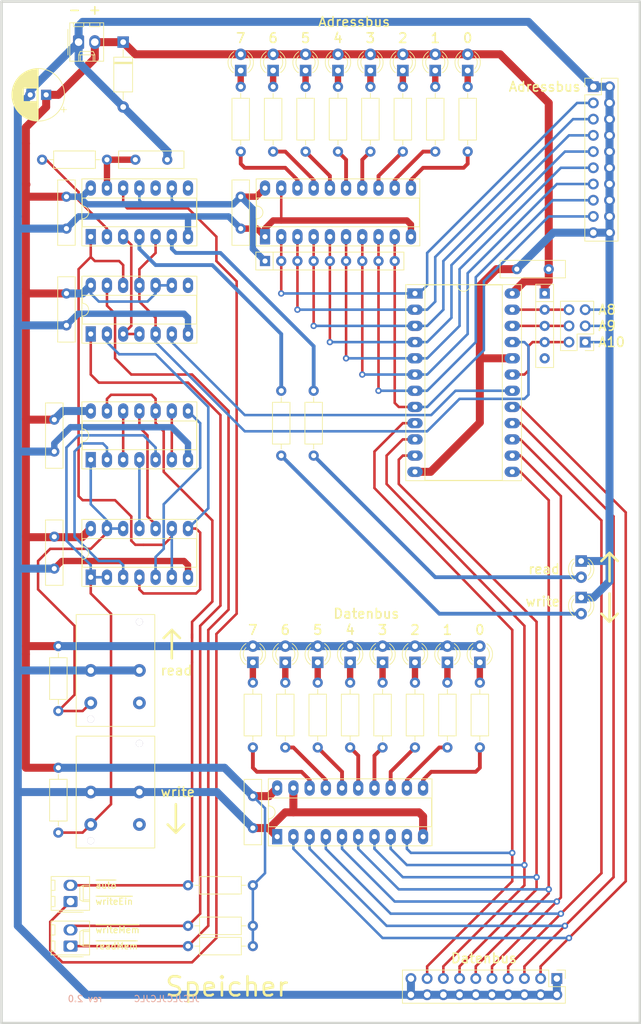
<source format=kicad_pcb>
(kicad_pcb (version 20171130) (host pcbnew "(5.1.7)-1")
  (layers (0 F.Cu signal) (31 B.Cu signal) (34 B.Paste user) (35 F.Paste user) (36 B.SilkS user) (37 F.SilkS user) (38 B.Mask user) (39 F.Mask user) (44 Edge.Cuts user))
  (net 0 "")
  (net 1 VCC)
  (net 2 /D0)
  (net 3 /D1)
  (net 4 /D2)
  (net 5 /D3)
  (net 6 /D4)
  (net 7 /D5)
  (net 8 /D6)
  (net 9 /D7)
  (net 10 GND)
  (net 11 "Net-(R15-Pad2)")
  (net 12 "Net-(R14-Pad2)")
  (net 13 "Net-(R13-Pad2)")
  (net 14 "Net-(R12-Pad2)")
  (net 15 "Net-(R11-Pad2)")
  (net 16 "Net-(R10-Pad2)")
  (net 17 "Net-(R9-Pad2)")
  (net 18 "Net-(R4-Pad2)")
  (net 19 "Net-(R16-Pad2)")
  (net 20 "Net-(R17-Pad2)")
  (net 21 "Net-(R18-Pad2)")
  (net 22 "Net-(R19-Pad2)")
  (net 23 "Net-(R20-Pad2)")
  (net 24 "Net-(R21-Pad2)")
  (net 25 "Net-(R22-Pad2)")
  (net 26 "Net-(R23-Pad2)")
  (net 27 /A7)
  (net 28 /A6)
  (net 29 /A5)
  (net 30 /A4)
  (net 31 /A3)
  (net 32 /A2)
  (net 33 /A1)
  (net 34 /A0)
  (net 35 "Net-(R1-Pad2)")
  (net 36 "Net-(R2-Pad1)")
  (net 37 "Net-(U2-Pad6)")
  (net 38 "Net-(U2-Pad12)")
  (net 39 "Net-(U1-Pad10)")
  (net 40 "Net-(U1-Pad11)")
  (net 41 "Net-(U1-Pad3)")
  (net 42 "Net-(U1-Pad5)")
  (net 43 "Net-(U1-Pad4)")
  (net 44 "Net-(U3-Pad3)")
  (net 45 "Net-(IC1-Pad21)")
  (net 46 "Net-(U1-Pad6)")
  (net 47 "Net-(IC1-Pad18)")
  (net 48 "Net-(R8-Pad1)")
  (net 49 "Net-(R7-Pad1)")
  (net 50 "Net-(R5-Pad2)")
  (net 51 /A8)
  (net 52 /A9)
  (net 53 /A10)
  (net 54 "Net-(D3-Pad1)")
  (net 55 "Net-(D4-Pad1)")
  (net 56 "Net-(D5-Pad1)")
  (net 57 "Net-(D6-Pad1)")
  (net 58 "Net-(D7-Pad1)")
  (net 59 "Net-(D8-Pad1)")
  (net 60 "Net-(D9-Pad1)")
  (net 61 "Net-(D10-Pad1)")
  (net 62 "Net-(D11-Pad1)")
  (net 63 "Net-(D12-Pad1)")
  (net 64 "Net-(D13-Pad1)")
  (net 65 "Net-(D14-Pad1)")
  (net 66 "Net-(D15-Pad1)")
  (net 67 "Net-(D16-Pad1)")
  (net 68 "Net-(D17-Pad1)")
  (net 69 "Net-(D18-Pad1)")
  (net 70 "Net-(RP1-Pad5)")
  (net 71 "Net-(SW1-Pad2)")
  (net 72 "Net-(SW2-Pad2)")
  (net 73 "Net-(D1-Pad2)")
  (net 74 "Net-(D2-Pad2)")
  (net 75 "Net-(U3-Pad8)")
  (net 76 "Net-(U4-Pad10)")
  (net 77 "Net-(U4-Pad8)")
  (net 78 "Net-(C9-Pad1)")
  (net 79 ~writeMem)
  (net 80 ~readMem)
  (net 81 ~writeEin)
  (net 82 ~AUTO)
  (module Capacitor_THT:C_Disc_D10.0mm_W2.5mm_P5.00mm (layer F.Cu) (at 56.515 52.705)
    (fp_text reference C9)
    (fp_text value 100n)
    (pad 2 thru_hole circle (at 5 0) (size 1.6 1.6) (drill 0.8) (layers *.Cu *.Mask) (net 10 GND))
    (pad 1 thru_hole circle (at 0 0) (size 1.6 1.6) (drill 0.8) (layers *.Cu *.Mask) (net 78 "Net-(C9-Pad1)"))
  )
  (module Package_DIP:DIP-20_W7.62mm_Socket_LongPads (layer F.Cu) (at 78.74 158.75 90)
    (fp_text reference U5)
    (fp_text value 74LS540)
    (pad 1 thru_hole rect (at 0 0 90) (size 2.4 1.6) (drill 0.8) (layers *.Cu *.Mask) (net 10 GND))
    (pad 11 thru_hole oval (at 7.62 22.86 90) (size 2.4 1.6) (drill 0.8) (layers *.Cu *.Mask) (net 11 "Net-(R15-Pad2)"))
    (pad 2 thru_hole oval (at 0 2.54 90) (size 2.4 1.6) (drill 0.8) (layers *.Cu *.Mask) (net 9 /D7))
    (pad 12 thru_hole oval (at 7.62 20.32 90) (size 2.4 1.6) (drill 0.8) (layers *.Cu *.Mask) (net 12 "Net-(R14-Pad2)"))
    (pad 3 thru_hole oval (at 0 5.08 90) (size 2.4 1.6) (drill 0.8) (layers *.Cu *.Mask) (net 8 /D6))
    (pad 13 thru_hole oval (at 7.62 17.78 90) (size 2.4 1.6) (drill 0.8) (layers *.Cu *.Mask) (net 13 "Net-(R13-Pad2)"))
    (pad 4 thru_hole oval (at 0 7.62 90) (size 2.4 1.6) (drill 0.8) (layers *.Cu *.Mask) (net 7 /D5))
    (pad 14 thru_hole oval (at 7.62 15.24 90) (size 2.4 1.6) (drill 0.8) (layers *.Cu *.Mask) (net 14 "Net-(R12-Pad2)"))
    (pad 5 thru_hole oval (at 0 10.16 90) (size 2.4 1.6) (drill 0.8) (layers *.Cu *.Mask) (net 6 /D4))
    (pad 15 thru_hole oval (at 7.62 12.7 90) (size 2.4 1.6) (drill 0.8) (layers *.Cu *.Mask) (net 15 "Net-(R11-Pad2)"))
    (pad 6 thru_hole oval (at 0 12.7 90) (size 2.4 1.6) (drill 0.8) (layers *.Cu *.Mask) (net 5 /D3))
    (pad 16 thru_hole oval (at 7.62 10.16 90) (size 2.4 1.6) (drill 0.8) (layers *.Cu *.Mask) (net 16 "Net-(R10-Pad2)"))
    (pad 7 thru_hole oval (at 0 15.24 90) (size 2.4 1.6) (drill 0.8) (layers *.Cu *.Mask) (net 4 /D2))
    (pad 17 thru_hole oval (at 7.62 7.62 90) (size 2.4 1.6) (drill 0.8) (layers *.Cu *.Mask) (net 17 "Net-(R9-Pad2)"))
    (pad 8 thru_hole oval (at 0 17.78 90) (size 2.4 1.6) (drill 0.8) (layers *.Cu *.Mask) (net 3 /D1))
    (pad 18 thru_hole oval (at 7.62 5.08 90) (size 2.4 1.6) (drill 0.8) (layers *.Cu *.Mask) (net 18 "Net-(R4-Pad2)"))
    (pad 9 thru_hole oval (at 0 20.32 90) (size 2.4 1.6) (drill 0.8) (layers *.Cu *.Mask) (net 2 /D0))
    (pad 19 thru_hole oval (at 7.62 2.54 90) (size 2.4 1.6) (drill 0.8) (layers *.Cu *.Mask) (net 10 GND))
    (pad 10 thru_hole oval (at 0 22.86 90) (size 2.4 1.6) (drill 0.8) (layers *.Cu *.Mask) (net 10 GND))
    (pad 20 thru_hole oval (at 7.62 0 90) (size 2.4 1.6) (drill 0.8) (layers *.Cu *.Mask) (net 1 VCC))
  )
  (module bonsai:EuroBoard160mmX100mm_holes_keepout (layer F.Cu) (at 35.56 27.94)
    (fp_text reference REF** hide)
    (fp_text value EuroBoard160mmX100mm_holes_keepout hide)
    (fp_line (start 0 160) (end 0 0) (layer Edge.Cuts) (width 0.38))
    (fp_line (start 0 0) (end 100 0) (layer Edge.Cuts) (width 0.38))
    (fp_line (start 100 0) (end 100 160) (layer Edge.Cuts) (width 0.38))
    (fp_line (start 0 160) (end 100 160) (layer Edge.Cuts) (width 0.38))
    (pad "" np_thru_hole circle (at 5 155) (size 3.5 3.5) (drill 3.5) (layers *.Cu *.Mask))
    (pad "" np_thru_hole circle (at 95 155) (size 3.5 3.5) (drill 3.5) (layers *.Cu *.Mask))
    (pad "" np_thru_hole circle (at 95 5) (size 3.5 3.5) (drill 3.5) (layers *.Cu *.Mask))
    (pad "" np_thru_hole circle (at 5 5) (size 3.5 3.5) (drill 3.5) (layers *.Cu *.Mask))
  )
  (module Diode_THT:D_A-405_P10.16mm_Horizontal (layer F.Cu) (at 54.61 34.29 270)
    (fp_text reference D36)
    (fp_text value D)
    (pad 2 thru_hole oval (at 10.16 0 270) (size 1.8 1.8) (drill 0.9) (layers *.Cu *.Mask) (net 10 GND))
    (pad 1 thru_hole rect (at 0 0 270) (size 1.8 1.8) (drill 0.9) (layers *.Cu *.Mask) (net 1 VCC))
  )
  (module Capacitor_THT:CP_Radial_D8.0mm_P2.50mm (layer F.Cu) (at 42.545 42.545 180)
    (fp_text reference C8)
    (fp_text value CP)
    (pad 2 thru_hole circle (at 2.5 0 180) (size 1.6 1.6) (drill 0.8) (layers *.Cu *.Mask) (net 10 GND))
    (pad 1 thru_hole rect (at 0 0 180) (size 1.6 1.6) (drill 0.8) (layers *.Cu *.Mask) (net 1 VCC))
  )
  (module Resistor_THT:R_Array_SIP5 (layer F.Cu) (at 120.65 73.66 270)
    (fp_text reference RP1)
    (fp_text value R_PACK4BUSSED)
    (pad 5 thru_hole oval (at 10.16 0 270) (size 1.6 1.6) (drill 0.8) (layers *.Cu *.Mask) (net 70 "Net-(RP1-Pad5)"))
    (pad 4 thru_hole oval (at 7.62 0 270) (size 1.6 1.6) (drill 0.8) (layers *.Cu *.Mask) (net 53 /A10))
    (pad 3 thru_hole oval (at 5.08 0 270) (size 1.6 1.6) (drill 0.8) (layers *.Cu *.Mask) (net 52 /A9))
    (pad 2 thru_hole oval (at 2.54 0 270) (size 1.6 1.6) (drill 0.8) (layers *.Cu *.Mask) (net 51 /A8))
    (pad 1 thru_hole rect (at 0 0 270) (size 1.6 1.6) (drill 0.8) (layers *.Cu *.Mask) (net 1 VCC))
  )
  (module Connector_PinHeader_2.54mm:PinHeader_2x03_P2.54mm_Vertical (layer F.Cu) (at 127 81.28 180)
    (fp_text reference P1)
    (fp_text value CONN_3X2)
    (pad 6 thru_hole oval (at 2.54 5.08 180) (size 1.7 1.7) (drill 1) (layers *.Cu *.Mask) (net 51 /A8))
    (pad 5 thru_hole oval (at 0 5.08 180) (size 1.7 1.7) (drill 1) (layers *.Cu *.Mask) (net 10 GND))
    (pad 4 thru_hole oval (at 2.54 2.54 180) (size 1.7 1.7) (drill 1) (layers *.Cu *.Mask) (net 52 /A9))
    (pad 3 thru_hole oval (at 0 2.54 180) (size 1.7 1.7) (drill 1) (layers *.Cu *.Mask) (net 10 GND))
    (pad 2 thru_hole oval (at 2.54 0 180) (size 1.7 1.7) (drill 1) (layers *.Cu *.Mask) (net 53 /A10))
    (pad 1 thru_hole rect (at 0 0 180) (size 1.7 1.7) (drill 1) (layers *.Cu *.Mask) (net 10 GND))
  )
  (module Connector_PinHeader_2.54mm:PinHeader_2x10_P2.54mm_Vertical (layer F.Cu) (at 122.555 180.975 270)
    (fp_text reference P9)
    (fp_text value CONN_02X10)
    (pad 20 thru_hole oval (at 2.54 22.86 270) (size 1.7 1.7) (drill 1) (layers *.Cu *.Mask) (net 10 GND))
    (pad 19 thru_hole oval (at 0 22.86 270) (size 1.7 1.7) (drill 1) (layers *.Cu *.Mask) (net 10 GND))
    (pad 18 thru_hole oval (at 2.54 20.32 270) (size 1.7 1.7) (drill 1) (layers *.Cu *.Mask) (net 10 GND))
    (pad 17 thru_hole oval (at 0 20.32 270) (size 1.7 1.7) (drill 1) (layers *.Cu *.Mask) (net 2 /D0))
    (pad 16 thru_hole oval (at 2.54 17.78 270) (size 1.7 1.7) (drill 1) (layers *.Cu *.Mask) (net 10 GND))
    (pad 15 thru_hole oval (at 0 17.78 270) (size 1.7 1.7) (drill 1) (layers *.Cu *.Mask) (net 3 /D1))
    (pad 14 thru_hole oval (at 2.54 15.24 270) (size 1.7 1.7) (drill 1) (layers *.Cu *.Mask) (net 10 GND))
    (pad 13 thru_hole oval (at 0 15.24 270) (size 1.7 1.7) (drill 1) (layers *.Cu *.Mask) (net 4 /D2))
    (pad 12 thru_hole oval (at 2.54 12.7 270) (size 1.7 1.7) (drill 1) (layers *.Cu *.Mask) (net 10 GND))
    (pad 11 thru_hole oval (at 0 12.7 270) (size 1.7 1.7) (drill 1) (layers *.Cu *.Mask) (net 5 /D3))
    (pad 10 thru_hole oval (at 2.54 10.16 270) (size 1.7 1.7) (drill 1) (layers *.Cu *.Mask) (net 10 GND))
    (pad 9 thru_hole oval (at 0 10.16 270) (size 1.7 1.7) (drill 1) (layers *.Cu *.Mask) (net 6 /D4))
    (pad 8 thru_hole oval (at 2.54 7.62 270) (size 1.7 1.7) (drill 1) (layers *.Cu *.Mask) (net 10 GND))
    (pad 7 thru_hole oval (at 0 7.62 270) (size 1.7 1.7) (drill 1) (layers *.Cu *.Mask) (net 7 /D5))
    (pad 6 thru_hole oval (at 2.54 5.08 270) (size 1.7 1.7) (drill 1) (layers *.Cu *.Mask) (net 10 GND))
    (pad 5 thru_hole oval (at 0 5.08 270) (size 1.7 1.7) (drill 1) (layers *.Cu *.Mask) (net 8 /D6))
    (pad 4 thru_hole oval (at 2.54 2.54 270) (size 1.7 1.7) (drill 1) (layers *.Cu *.Mask) (net 10 GND))
    (pad 3 thru_hole oval (at 0 2.54 270) (size 1.7 1.7) (drill 1) (layers *.Cu *.Mask) (net 9 /D7))
    (pad 2 thru_hole oval (at 2.54 0 270) (size 1.7 1.7) (drill 1) (layers *.Cu *.Mask) (net 10 GND))
    (pad 1 thru_hole rect (at 0 0 270) (size 1.7 1.7) (drill 1) (layers *.Cu *.Mask) (net 10 GND))
  )
  (module Connector_PinHeader_2.54mm:PinHeader_2x10_P2.54mm_Vertical (layer F.Cu) (at 128.27 41.275)
    (fp_text reference P8)
    (fp_text value CONN_02X10)
    (pad 20 thru_hole oval (at 2.54 22.86) (size 1.7 1.7) (drill 1) (layers *.Cu *.Mask) (net 10 GND))
    (pad 19 thru_hole oval (at 0 22.86) (size 1.7 1.7) (drill 1) (layers *.Cu *.Mask) (net 10 GND))
    (pad 18 thru_hole oval (at 2.54 20.32) (size 1.7 1.7) (drill 1) (layers *.Cu *.Mask) (net 10 GND))
    (pad 17 thru_hole oval (at 0 20.32) (size 1.7 1.7) (drill 1) (layers *.Cu *.Mask) (net 34 /A0))
    (pad 16 thru_hole oval (at 2.54 17.78) (size 1.7 1.7) (drill 1) (layers *.Cu *.Mask) (net 10 GND))
    (pad 15 thru_hole oval (at 0 17.78) (size 1.7 1.7) (drill 1) (layers *.Cu *.Mask) (net 33 /A1))
    (pad 14 thru_hole oval (at 2.54 15.24) (size 1.7 1.7) (drill 1) (layers *.Cu *.Mask) (net 10 GND))
    (pad 13 thru_hole oval (at 0 15.24) (size 1.7 1.7) (drill 1) (layers *.Cu *.Mask) (net 32 /A2))
    (pad 12 thru_hole oval (at 2.54 12.7) (size 1.7 1.7) (drill 1) (layers *.Cu *.Mask) (net 10 GND))
    (pad 11 thru_hole oval (at 0 12.7) (size 1.7 1.7) (drill 1) (layers *.Cu *.Mask) (net 31 /A3))
    (pad 10 thru_hole oval (at 2.54 10.16) (size 1.7 1.7) (drill 1) (layers *.Cu *.Mask) (net 10 GND))
    (pad 9 thru_hole oval (at 0 10.16) (size 1.7 1.7) (drill 1) (layers *.Cu *.Mask) (net 30 /A4))
    (pad 8 thru_hole oval (at 2.54 7.62) (size 1.7 1.7) (drill 1) (layers *.Cu *.Mask) (net 10 GND))
    (pad 7 thru_hole oval (at 0 7.62) (size 1.7 1.7) (drill 1) (layers *.Cu *.Mask) (net 29 /A5))
    (pad 6 thru_hole oval (at 2.54 5.08) (size 1.7 1.7) (drill 1) (layers *.Cu *.Mask) (net 10 GND))
    (pad 5 thru_hole oval (at 0 5.08) (size 1.7 1.7) (drill 1) (layers *.Cu *.Mask) (net 28 /A6))
    (pad 4 thru_hole oval (at 2.54 2.54) (size 1.7 1.7) (drill 1) (layers *.Cu *.Mask) (net 10 GND))
    (pad 3 thru_hole oval (at 0 2.54) (size 1.7 1.7) (drill 1) (layers *.Cu *.Mask) (net 27 /A7))
    (pad 2 thru_hole oval (at 2.54 0) (size 1.7 1.7) (drill 1) (layers *.Cu *.Mask) (net 10 GND))
    (pad 1 thru_hole rect (at 0 0) (size 1.7 1.7) (drill 1) (layers *.Cu *.Mask) (net 10 GND))
  )
  (module Package_DIP:DIP-24_W15.24mm_Socket_LongPads (layer F.Cu) (at 100.33 73.66)
    (fp_text reference IC1)
    (fp_text value 6116)
    (pad 1 thru_hole rect (at 0 0) (size 2.4 1.6) (drill 0.8) (layers *.Cu *.Mask) (net 27 /A7))
    (pad 13 thru_hole oval (at 15.24 27.94) (size 2.4 1.6) (drill 0.8) (layers *.Cu *.Mask) (net 5 /D3))
    (pad 2 thru_hole oval (at 0 2.54) (size 2.4 1.6) (drill 0.8) (layers *.Cu *.Mask) (net 28 /A6))
    (pad 14 thru_hole oval (at 15.24 25.4) (size 2.4 1.6) (drill 0.8) (layers *.Cu *.Mask) (net 6 /D4))
    (pad 3 thru_hole oval (at 0 5.08) (size 2.4 1.6) (drill 0.8) (layers *.Cu *.Mask) (net 29 /A5))
    (pad 15 thru_hole oval (at 15.24 22.86) (size 2.4 1.6) (drill 0.8) (layers *.Cu *.Mask) (net 7 /D5))
    (pad 4 thru_hole oval (at 0 7.62) (size 2.4 1.6) (drill 0.8) (layers *.Cu *.Mask) (net 30 /A4))
    (pad 16 thru_hole oval (at 15.24 20.32) (size 2.4 1.6) (drill 0.8) (layers *.Cu *.Mask) (net 8 /D6))
    (pad 5 thru_hole oval (at 0 10.16) (size 2.4 1.6) (drill 0.8) (layers *.Cu *.Mask) (net 31 /A3))
    (pad 17 thru_hole oval (at 15.24 17.78) (size 2.4 1.6) (drill 0.8) (layers *.Cu *.Mask) (net 9 /D7))
    (pad 6 thru_hole oval (at 0 12.7) (size 2.4 1.6) (drill 0.8) (layers *.Cu *.Mask) (net 32 /A2))
    (pad 18 thru_hole oval (at 15.24 15.24) (size 2.4 1.6) (drill 0.8) (layers *.Cu *.Mask) (net 47 "Net-(IC1-Pad18)"))
    (pad 7 thru_hole oval (at 0 15.24) (size 2.4 1.6) (drill 0.8) (layers *.Cu *.Mask) (net 33 /A1))
    (pad 19 thru_hole oval (at 15.24 12.7) (size 2.4 1.6) (drill 0.8) (layers *.Cu *.Mask) (net 53 /A10))
    (pad 8 thru_hole oval (at 0 17.78) (size 2.4 1.6) (drill 0.8) (layers *.Cu *.Mask) (net 34 /A0))
    (pad 20 thru_hole oval (at 15.24 10.16) (size 2.4 1.6) (drill 0.8) (layers *.Cu *.Mask) (net 10 GND))
    (pad 9 thru_hole oval (at 0 20.32) (size 2.4 1.6) (drill 0.8) (layers *.Cu *.Mask) (net 2 /D0))
    (pad 21 thru_hole oval (at 15.24 7.62) (size 2.4 1.6) (drill 0.8) (layers *.Cu *.Mask) (net 45 "Net-(IC1-Pad21)"))
    (pad 10 thru_hole oval (at 0 22.86) (size 2.4 1.6) (drill 0.8) (layers *.Cu *.Mask) (net 3 /D1))
    (pad 22 thru_hole oval (at 15.24 5.08) (size 2.4 1.6) (drill 0.8) (layers *.Cu *.Mask) (net 52 /A9))
    (pad 11 thru_hole oval (at 0 25.4) (size 2.4 1.6) (drill 0.8) (layers *.Cu *.Mask) (net 4 /D2))
    (pad 23 thru_hole oval (at 15.24 2.54) (size 2.4 1.6) (drill 0.8) (layers *.Cu *.Mask) (net 51 /A8))
    (pad 12 thru_hole oval (at 0 27.94) (size 2.4 1.6) (drill 0.8) (layers *.Cu *.Mask) (net 10 GND))
    (pad 24 thru_hole oval (at 15.24 0) (size 2.4 1.6) (drill 0.8) (layers *.Cu *.Mask) (net 1 VCC))
  )
  (module Package_DIP:DIP-20_W7.62mm_Socket_LongPads (layer F.Cu) (at 76.835 64.77 90)
    (fp_text reference U6)
    (fp_text value 74LS540)
    (pad 20 thru_hole oval (at 7.62 0 90) (size 2.4 1.6) (drill 0.8) (layers *.Cu *.Mask) (net 1 VCC))
    (pad 10 thru_hole oval (at 0 22.86 90) (size 2.4 1.6) (drill 0.8) (layers *.Cu *.Mask) (net 10 GND))
    (pad 19 thru_hole oval (at 7.62 2.54 90) (size 2.4 1.6) (drill 0.8) (layers *.Cu *.Mask) (net 10 GND))
    (pad 9 thru_hole oval (at 0 20.32 90) (size 2.4 1.6) (drill 0.8) (layers *.Cu *.Mask) (net 34 /A0))
    (pad 18 thru_hole oval (at 7.62 5.08 90) (size 2.4 1.6) (drill 0.8) (layers *.Cu *.Mask) (net 19 "Net-(R16-Pad2)"))
    (pad 8 thru_hole oval (at 0 17.78 90) (size 2.4 1.6) (drill 0.8) (layers *.Cu *.Mask) (net 33 /A1))
    (pad 17 thru_hole oval (at 7.62 7.62 90) (size 2.4 1.6) (drill 0.8) (layers *.Cu *.Mask) (net 20 "Net-(R17-Pad2)"))
    (pad 7 thru_hole oval (at 0 15.24 90) (size 2.4 1.6) (drill 0.8) (layers *.Cu *.Mask) (net 32 /A2))
    (pad 16 thru_hole oval (at 7.62 10.16 90) (size 2.4 1.6) (drill 0.8) (layers *.Cu *.Mask) (net 21 "Net-(R18-Pad2)"))
    (pad 6 thru_hole oval (at 0 12.7 90) (size 2.4 1.6) (drill 0.8) (layers *.Cu *.Mask) (net 31 /A3))
    (pad 15 thru_hole oval (at 7.62 12.7 90) (size 2.4 1.6) (drill 0.8) (layers *.Cu *.Mask) (net 22 "Net-(R19-Pad2)"))
    (pad 5 thru_hole oval (at 0 10.16 90) (size 2.4 1.6) (drill 0.8) (layers *.Cu *.Mask) (net 30 /A4))
    (pad 14 thru_hole oval (at 7.62 15.24 90) (size 2.4 1.6) (drill 0.8) (layers *.Cu *.Mask) (net 23 "Net-(R20-Pad2)"))
    (pad 4 thru_hole oval (at 0 7.62 90) (size 2.4 1.6) (drill 0.8) (layers *.Cu *.Mask) (net 29 /A5))
    (pad 13 thru_hole oval (at 7.62 17.78 90) (size 2.4 1.6) (drill 0.8) (layers *.Cu *.Mask) (net 24 "Net-(R21-Pad2)"))
    (pad 3 thru_hole oval (at 0 5.08 90) (size 2.4 1.6) (drill 0.8) (layers *.Cu *.Mask) (net 28 /A6))
    (pad 12 thru_hole oval (at 7.62 20.32 90) (size 2.4 1.6) (drill 0.8) (layers *.Cu *.Mask) (net 25 "Net-(R22-Pad2)"))
    (pad 2 thru_hole oval (at 0 2.54 90) (size 2.4 1.6) (drill 0.8) (layers *.Cu *.Mask) (net 27 /A7))
    (pad 11 thru_hole oval (at 7.62 22.86 90) (size 2.4 1.6) (drill 0.8) (layers *.Cu *.Mask) (net 26 "Net-(R23-Pad2)"))
    (pad 1 thru_hole rect (at 0 0 90) (size 2.4 1.6) (drill 0.8) (layers *.Cu *.Mask) (net 10 GND))
  )
  (module Capacitor_THT:C_Disc_D10.0mm_W2.5mm_P5.00mm (layer F.Cu) (at 74.93 152.4 270)
    (fp_text reference C7)
    (fp_text value 100n)
    (pad 1 thru_hole circle (at 0 0 270) (size 1.6 1.6) (drill 0.8) (layers *.Cu *.Mask) (net 1 VCC))
    (pad 2 thru_hole circle (at 5 0 270) (size 1.6 1.6) (drill 0.8) (layers *.Cu *.Mask) (net 10 GND))
  )
  (module Capacitor_THT:C_Disc_D10.0mm_W2.5mm_P5.00mm (layer F.Cu) (at 121.285 69.85 180)
    (fp_text reference C6)
    (fp_text value 100n)
    (pad 2 thru_hole circle (at 5 0 180) (size 1.6 1.6) (drill 0.8) (layers *.Cu *.Mask) (net 10 GND))
    (pad 1 thru_hole circle (at 0 0 180) (size 1.6 1.6) (drill 0.8) (layers *.Cu *.Mask) (net 1 VCC))
  )
  (module Capacitor_THT:C_Disc_D10.0mm_W2.5mm_P5.00mm (layer F.Cu) (at 45.72 58.5 270)
    (fp_text reference C5)
    (fp_text value 100n)
    (pad 2 thru_hole circle (at 5 0 270) (size 1.6 1.6) (drill 0.8) (layers *.Cu *.Mask) (net 10 GND))
    (pad 1 thru_hole circle (at 0 0 270) (size 1.6 1.6) (drill 0.8) (layers *.Cu *.Mask) (net 1 VCC))
  )
  (module Capacitor_THT:C_Disc_D10.0mm_W2.5mm_P5.00mm (layer F.Cu) (at 73.025 58.5 270)
    (fp_text reference C4)
    (fp_text value 100n)
    (pad 2 thru_hole circle (at 5 0 270) (size 1.6 1.6) (drill 0.8) (layers *.Cu *.Mask) (net 10 GND))
    (pad 1 thru_hole circle (at 0 0 270) (size 1.6 1.6) (drill 0.8) (layers *.Cu *.Mask) (net 1 VCC))
  )
  (module Capacitor_THT:C_Disc_D10.0mm_W2.5mm_P5.00mm (layer F.Cu) (at 43.815 93.425 270)
    (fp_text reference C3)
    (fp_text value 100n)
    (pad 2 thru_hole circle (at 5 0 270) (size 1.6 1.6) (drill 0.8) (layers *.Cu *.Mask) (net 10 GND))
    (pad 1 thru_hole circle (at 0 0 270) (size 1.6 1.6) (drill 0.8) (layers *.Cu *.Mask) (net 1 VCC))
  )
  (module Capacitor_THT:C_Disc_D10.0mm_W2.5mm_P5.00mm (layer F.Cu) (at 43.815 111.76 270)
    (fp_text reference C2)
    (fp_text value 100n)
    (pad 2 thru_hole circle (at 5 0 270) (size 1.6 1.6) (drill 0.8) (layers *.Cu *.Mask) (net 10 GND))
    (pad 1 thru_hole circle (at 0 0 270) (size 1.6 1.6) (drill 0.8) (layers *.Cu *.Mask) (net 1 VCC))
  )
  (module Capacitor_THT:C_Disc_D10.0mm_W2.5mm_P5.00mm (layer F.Cu) (at 45.72 73.66 270)
    (fp_text reference C1)
    (fp_text value 100n)
    (pad 2 thru_hole circle (at 5 0 270) (size 1.6 1.6) (drill 0.8) (layers *.Cu *.Mask) (net 10 GND))
    (pad 1 thru_hole circle (at 0 0 270) (size 1.6 1.6) (drill 0.8) (layers *.Cu *.Mask) (net 1 VCC))
  )
  (module LED_THT:LED_D3.0mm (layer F.Cu) (at 73.025 38.735 90)
    (fp_text reference D18)
    (fp_text value LED)
    (pad 2 thru_hole circle (at 2.54 0 90) (size 1.8 1.8) (drill 0.9) (layers *.Cu *.Mask) (net 1 VCC))
    (pad 1 thru_hole rect (at 0 0 90) (size 1.8 1.8) (drill 0.9) (layers *.Cu *.Mask) (net 69 "Net-(D18-Pad1)"))
  )
  (module LED_THT:LED_D3.0mm (layer F.Cu) (at 78.105 38.735 90)
    (fp_text reference D17)
    (fp_text value LED)
    (pad 2 thru_hole circle (at 2.54 0 90) (size 1.8 1.8) (drill 0.9) (layers *.Cu *.Mask) (net 1 VCC))
    (pad 1 thru_hole rect (at 0 0 90) (size 1.8 1.8) (drill 0.9) (layers *.Cu *.Mask) (net 68 "Net-(D17-Pad1)"))
  )
  (module LED_THT:LED_D3.0mm (layer F.Cu) (at 83.185 38.735 90)
    (fp_text reference D16)
    (fp_text value LED)
    (pad 2 thru_hole circle (at 2.54 0 90) (size 1.8 1.8) (drill 0.9) (layers *.Cu *.Mask) (net 1 VCC))
    (pad 1 thru_hole rect (at 0 0 90) (size 1.8 1.8) (drill 0.9) (layers *.Cu *.Mask) (net 67 "Net-(D16-Pad1)"))
  )
  (module LED_THT:LED_D3.0mm (layer F.Cu) (at 88.265 38.735 90)
    (fp_text reference D15)
    (fp_text value LED)
    (pad 2 thru_hole circle (at 2.54 0 90) (size 1.8 1.8) (drill 0.9) (layers *.Cu *.Mask) (net 1 VCC))
    (pad 1 thru_hole rect (at 0 0 90) (size 1.8 1.8) (drill 0.9) (layers *.Cu *.Mask) (net 66 "Net-(D15-Pad1)"))
  )
  (module LED_THT:LED_D3.0mm (layer F.Cu) (at 93.345 38.735 90)
    (fp_text reference D14)
    (fp_text value LED)
    (pad 2 thru_hole circle (at 2.54 0 90) (size 1.8 1.8) (drill 0.9) (layers *.Cu *.Mask) (net 1 VCC))
    (pad 1 thru_hole rect (at 0 0 90) (size 1.8 1.8) (drill 0.9) (layers *.Cu *.Mask) (net 65 "Net-(D14-Pad1)"))
  )
  (module LED_THT:LED_D3.0mm (layer F.Cu) (at 98.425 38.735 90)
    (fp_text reference D13)
    (fp_text value LED)
    (pad 2 thru_hole circle (at 2.54 0 90) (size 1.8 1.8) (drill 0.9) (layers *.Cu *.Mask) (net 1 VCC))
    (pad 1 thru_hole rect (at 0 0 90) (size 1.8 1.8) (drill 0.9) (layers *.Cu *.Mask) (net 64 "Net-(D13-Pad1)"))
  )
  (module LED_THT:LED_D3.0mm (layer F.Cu) (at 103.505 38.735 90)
    (fp_text reference D12)
    (fp_text value LED)
    (pad 2 thru_hole circle (at 2.54 0 90) (size 1.8 1.8) (drill 0.9) (layers *.Cu *.Mask) (net 1 VCC))
    (pad 1 thru_hole rect (at 0 0 90) (size 1.8 1.8) (drill 0.9) (layers *.Cu *.Mask) (net 63 "Net-(D12-Pad1)"))
  )
  (module LED_THT:LED_D3.0mm (layer F.Cu) (at 108.585 38.735 90)
    (fp_text reference D11)
    (fp_text value LED)
    (pad 2 thru_hole circle (at 2.54 0 90) (size 1.8 1.8) (drill 0.9) (layers *.Cu *.Mask) (net 1 VCC))
    (pad 1 thru_hole rect (at 0 0 90) (size 1.8 1.8) (drill 0.9) (layers *.Cu *.Mask) (net 62 "Net-(D11-Pad1)"))
  )
  (module LED_THT:LED_D3.0mm (layer F.Cu) (at 74.93 131.445 90)
    (fp_text reference D10)
    (fp_text value LED)
    (pad 1 thru_hole rect (at 0 0 90) (size 1.8 1.8) (drill 0.9) (layers *.Cu *.Mask) (net 61 "Net-(D10-Pad1)"))
    (pad 2 thru_hole circle (at 2.54 0 90) (size 1.8 1.8) (drill 0.9) (layers *.Cu *.Mask) (net 1 VCC))
  )
  (module LED_THT:LED_D3.0mm (layer F.Cu) (at 80.01 131.445 90)
    (fp_text reference D9)
    (fp_text value LED)
    (pad 1 thru_hole rect (at 0 0 90) (size 1.8 1.8) (drill 0.9) (layers *.Cu *.Mask) (net 60 "Net-(D9-Pad1)"))
    (pad 2 thru_hole circle (at 2.54 0 90) (size 1.8 1.8) (drill 0.9) (layers *.Cu *.Mask) (net 1 VCC))
  )
  (module LED_THT:LED_D3.0mm (layer F.Cu) (at 85.09 131.445 90)
    (fp_text reference D8)
    (fp_text value LED)
    (pad 1 thru_hole rect (at 0 0 90) (size 1.8 1.8) (drill 0.9) (layers *.Cu *.Mask) (net 59 "Net-(D8-Pad1)"))
    (pad 2 thru_hole circle (at 2.54 0 90) (size 1.8 1.8) (drill 0.9) (layers *.Cu *.Mask) (net 1 VCC))
  )
  (module LED_THT:LED_D3.0mm (layer F.Cu) (at 90.17 131.445 90)
    (fp_text reference D7)
    (fp_text value LED)
    (pad 1 thru_hole rect (at 0 0 90) (size 1.8 1.8) (drill 0.9) (layers *.Cu *.Mask) (net 58 "Net-(D7-Pad1)"))
    (pad 2 thru_hole circle (at 2.54 0 90) (size 1.8 1.8) (drill 0.9) (layers *.Cu *.Mask) (net 1 VCC))
  )
  (module LED_THT:LED_D3.0mm (layer F.Cu) (at 95.25 131.445 90)
    (fp_text reference D6)
    (fp_text value LED)
    (pad 1 thru_hole rect (at 0 0 90) (size 1.8 1.8) (drill 0.9) (layers *.Cu *.Mask) (net 57 "Net-(D6-Pad1)"))
    (pad 2 thru_hole circle (at 2.54 0 90) (size 1.8 1.8) (drill 0.9) (layers *.Cu *.Mask) (net 1 VCC))
  )
  (module LED_THT:LED_D3.0mm (layer F.Cu) (at 100.33 131.445 90)
    (fp_text reference D5)
    (fp_text value LED)
    (pad 1 thru_hole rect (at 0 0 90) (size 1.8 1.8) (drill 0.9) (layers *.Cu *.Mask) (net 56 "Net-(D5-Pad1)"))
    (pad 2 thru_hole circle (at 2.54 0 90) (size 1.8 1.8) (drill 0.9) (layers *.Cu *.Mask) (net 1 VCC))
  )
  (module LED_THT:LED_D3.0mm (layer F.Cu) (at 105.41 131.445 90)
    (fp_text reference D4)
    (fp_text value LED)
    (pad 1 thru_hole rect (at 0 0 90) (size 1.8 1.8) (drill 0.9) (layers *.Cu *.Mask) (net 55 "Net-(D4-Pad1)"))
    (pad 2 thru_hole circle (at 2.54 0 90) (size 1.8 1.8) (drill 0.9) (layers *.Cu *.Mask) (net 1 VCC))
  )
  (module LED_THT:LED_D3.0mm (layer F.Cu) (at 110.49 131.445 90)
    (fp_text reference D3)
    (fp_text value LED)
    (pad 1 thru_hole rect (at 0 0 90) (size 1.8 1.8) (drill 0.9) (layers *.Cu *.Mask) (net 54 "Net-(D3-Pad1)"))
    (pad 2 thru_hole circle (at 2.54 0 90) (size 1.8 1.8) (drill 0.9) (layers *.Cu *.Mask) (net 1 VCC))
  )
  (module LED_THT:LED_D3.0mm (layer F.Cu) (at 126.365 115.57 270)
    (fp_text reference D2)
    (fp_text value LED)
    (pad 2 thru_hole circle (at 2.54 0 270) (size 1.8 1.8) (drill 0.9) (layers *.Cu *.Mask) (net 74 "Net-(D2-Pad2)"))
    (pad 1 thru_hole rect (at 0 0 270) (size 1.8 1.8) (drill 0.9) (layers *.Cu *.Mask) (net 10 GND))
  )
  (module LED_THT:LED_D3.0mm (layer F.Cu) (at 126.365 121.285 270)
    (fp_text reference D1)
    (fp_text value LED)
    (pad 2 thru_hole circle (at 2.54 0 270) (size 1.8 1.8) (drill 0.9) (layers *.Cu *.Mask) (net 73 "Net-(D1-Pad2)"))
    (pad 1 thru_hole rect (at 0 0 270) (size 1.8 1.8) (drill 0.9) (layers *.Cu *.Mask) (net 10 GND))
  )
  (module Resistor_THT:R_Axial_DIN0207_L6.3mm_D2.5mm_P10.16mm_Horizontal (layer F.Cu) (at 64.77 175.895)
    (fp_text reference R25)
    (fp_text value 4,7k)
    (pad 2 thru_hole oval (at 10.16 0) (size 1.6 1.6) (drill 0.8) (layers *.Cu *.Mask) (net 1 VCC))
    (pad 1 thru_hole circle (at 0 0) (size 1.6 1.6) (drill 0.8) (layers *.Cu *.Mask) (net 80 ~readMem))
  )
  (module Resistor_THT:R_Axial_DIN0207_L6.3mm_D2.5mm_P10.16mm_Horizontal (layer F.Cu) (at 74.93 172.72 180)
    (fp_text reference R24)
    (fp_text value 4,7k)
    (pad 2 thru_hole oval (at 10.16 0 180) (size 1.6 1.6) (drill 0.8) (layers *.Cu *.Mask) (net 79 ~writeMem))
    (pad 1 thru_hole circle (at 0 0 180) (size 1.6 1.6) (drill 0.8) (layers *.Cu *.Mask) (net 1 VCC))
  )
  (module Resistor_THT:R_Axial_DIN0207_L6.3mm_D2.5mm_P10.16mm_Horizontal (layer F.Cu) (at 108.585 41.275 270)
    (fp_text reference R23)
    (fp_text value 330)
    (pad 2 thru_hole oval (at 10.16 0 270) (size 1.6 1.6) (drill 0.8) (layers *.Cu *.Mask) (net 26 "Net-(R23-Pad2)"))
    (pad 1 thru_hole circle (at 0 0 270) (size 1.6 1.6) (drill 0.8) (layers *.Cu *.Mask) (net 62 "Net-(D11-Pad1)"))
  )
  (module Resistor_THT:R_Axial_DIN0207_L6.3mm_D2.5mm_P10.16mm_Horizontal (layer F.Cu) (at 103.505 41.275 270)
    (fp_text reference R22)
    (fp_text value 330)
    (pad 2 thru_hole oval (at 10.16 0 270) (size 1.6 1.6) (drill 0.8) (layers *.Cu *.Mask) (net 25 "Net-(R22-Pad2)"))
    (pad 1 thru_hole circle (at 0 0 270) (size 1.6 1.6) (drill 0.8) (layers *.Cu *.Mask) (net 63 "Net-(D12-Pad1)"))
  )
  (module Resistor_THT:R_Axial_DIN0207_L6.3mm_D2.5mm_P10.16mm_Horizontal (layer F.Cu) (at 98.425 41.275 270)
    (fp_text reference R21)
    (fp_text value 330)
    (pad 2 thru_hole oval (at 10.16 0 270) (size 1.6 1.6) (drill 0.8) (layers *.Cu *.Mask) (net 24 "Net-(R21-Pad2)"))
    (pad 1 thru_hole circle (at 0 0 270) (size 1.6 1.6) (drill 0.8) (layers *.Cu *.Mask) (net 64 "Net-(D13-Pad1)"))
  )
  (module Resistor_THT:R_Axial_DIN0207_L6.3mm_D2.5mm_P10.16mm_Horizontal (layer F.Cu) (at 93.345 41.275 270)
    (fp_text reference R20)
    (fp_text value 330)
    (pad 2 thru_hole oval (at 10.16 0 270) (size 1.6 1.6) (drill 0.8) (layers *.Cu *.Mask) (net 23 "Net-(R20-Pad2)"))
    (pad 1 thru_hole circle (at 0 0 270) (size 1.6 1.6) (drill 0.8) (layers *.Cu *.Mask) (net 65 "Net-(D14-Pad1)"))
  )
  (module Resistor_THT:R_Axial_DIN0207_L6.3mm_D2.5mm_P10.16mm_Horizontal (layer F.Cu) (at 88.265 41.275 270)
    (fp_text reference R19)
    (fp_text value 330)
    (pad 2 thru_hole oval (at 10.16 0 270) (size 1.6 1.6) (drill 0.8) (layers *.Cu *.Mask) (net 22 "Net-(R19-Pad2)"))
    (pad 1 thru_hole circle (at 0 0 270) (size 1.6 1.6) (drill 0.8) (layers *.Cu *.Mask) (net 66 "Net-(D15-Pad1)"))
  )
  (module Resistor_THT:R_Axial_DIN0207_L6.3mm_D2.5mm_P10.16mm_Horizontal (layer F.Cu) (at 83.185 41.275 270)
    (fp_text reference R18)
    (fp_text value 330)
    (pad 2 thru_hole oval (at 10.16 0 270) (size 1.6 1.6) (drill 0.8) (layers *.Cu *.Mask) (net 21 "Net-(R18-Pad2)"))
    (pad 1 thru_hole circle (at 0 0 270) (size 1.6 1.6) (drill 0.8) (layers *.Cu *.Mask) (net 67 "Net-(D16-Pad1)"))
  )
  (module Resistor_THT:R_Axial_DIN0207_L6.3mm_D2.5mm_P10.16mm_Horizontal (layer F.Cu) (at 78.105 41.275 270)
    (fp_text reference R17)
    (fp_text value 330)
    (pad 2 thru_hole oval (at 10.16 0 270) (size 1.6 1.6) (drill 0.8) (layers *.Cu *.Mask) (net 20 "Net-(R17-Pad2)"))
    (pad 1 thru_hole circle (at 0 0 270) (size 1.6 1.6) (drill 0.8) (layers *.Cu *.Mask) (net 68 "Net-(D17-Pad1)"))
  )
  (module Resistor_THT:R_Axial_DIN0207_L6.3mm_D2.5mm_P10.16mm_Horizontal (layer F.Cu) (at 73.025 41.275 270)
    (fp_text reference R16)
    (fp_text value 330)
    (pad 2 thru_hole oval (at 10.16 0 270) (size 1.6 1.6) (drill 0.8) (layers *.Cu *.Mask) (net 19 "Net-(R16-Pad2)"))
    (pad 1 thru_hole circle (at 0 0 270) (size 1.6 1.6) (drill 0.8) (layers *.Cu *.Mask) (net 69 "Net-(D18-Pad1)"))
  )
  (module Resistor_THT:R_Axial_DIN0207_L6.3mm_D2.5mm_P10.16mm_Horizontal (layer F.Cu) (at 110.49 134.62 270)
    (fp_text reference R15)
    (fp_text value 330)
    (pad 1 thru_hole circle (at 0 0 270) (size 1.6 1.6) (drill 0.8) (layers *.Cu *.Mask) (net 54 "Net-(D3-Pad1)"))
    (pad 2 thru_hole oval (at 10.16 0 270) (size 1.6 1.6) (drill 0.8) (layers *.Cu *.Mask) (net 11 "Net-(R15-Pad2)"))
  )
  (module Resistor_THT:R_Axial_DIN0207_L6.3mm_D2.5mm_P10.16mm_Horizontal (layer F.Cu) (at 105.41 134.62 270)
    (fp_text reference R14)
    (fp_text value 330)
    (pad 1 thru_hole circle (at 0 0 270) (size 1.6 1.6) (drill 0.8) (layers *.Cu *.Mask) (net 55 "Net-(D4-Pad1)"))
    (pad 2 thru_hole oval (at 10.16 0 270) (size 1.6 1.6) (drill 0.8) (layers *.Cu *.Mask) (net 12 "Net-(R14-Pad2)"))
  )
  (module Resistor_THT:R_Axial_DIN0207_L6.3mm_D2.5mm_P10.16mm_Horizontal (layer F.Cu) (at 100.33 134.62 270)
    (fp_text reference R13)
    (fp_text value 330)
    (pad 1 thru_hole circle (at 0 0 270) (size 1.6 1.6) (drill 0.8) (layers *.Cu *.Mask) (net 56 "Net-(D5-Pad1)"))
    (pad 2 thru_hole oval (at 10.16 0 270) (size 1.6 1.6) (drill 0.8) (layers *.Cu *.Mask) (net 13 "Net-(R13-Pad2)"))
  )
  (module Resistor_THT:R_Axial_DIN0207_L6.3mm_D2.5mm_P10.16mm_Horizontal (layer F.Cu) (at 95.25 134.62 270)
    (fp_text reference R12)
    (fp_text value 330)
    (pad 1 thru_hole circle (at 0 0 270) (size 1.6 1.6) (drill 0.8) (layers *.Cu *.Mask) (net 57 "Net-(D6-Pad1)"))
    (pad 2 thru_hole oval (at 10.16 0 270) (size 1.6 1.6) (drill 0.8) (layers *.Cu *.Mask) (net 14 "Net-(R12-Pad2)"))
  )
  (module Resistor_THT:R_Axial_DIN0207_L6.3mm_D2.5mm_P10.16mm_Horizontal (layer F.Cu) (at 90.17 134.62 270)
    (fp_text reference R11)
    (fp_text value 330)
    (pad 1 thru_hole circle (at 0 0 270) (size 1.6 1.6) (drill 0.8) (layers *.Cu *.Mask) (net 58 "Net-(D7-Pad1)"))
    (pad 2 thru_hole oval (at 10.16 0 270) (size 1.6 1.6) (drill 0.8) (layers *.Cu *.Mask) (net 15 "Net-(R11-Pad2)"))
  )
  (module Resistor_THT:R_Axial_DIN0207_L6.3mm_D2.5mm_P10.16mm_Horizontal (layer F.Cu) (at 85.09 134.62 270)
    (fp_text reference R10)
    (fp_text value 330)
    (pad 1 thru_hole circle (at 0 0 270) (size 1.6 1.6) (drill 0.8) (layers *.Cu *.Mask) (net 59 "Net-(D8-Pad1)"))
    (pad 2 thru_hole oval (at 10.16 0 270) (size 1.6 1.6) (drill 0.8) (layers *.Cu *.Mask) (net 16 "Net-(R10-Pad2)"))
  )
  (module Resistor_THT:R_Axial_DIN0207_L6.3mm_D2.5mm_P10.16mm_Horizontal (layer F.Cu) (at 80.01 134.62 270)
    (fp_text reference R9)
    (fp_text value 330)
    (pad 1 thru_hole circle (at 0 0 270) (size 1.6 1.6) (drill 0.8) (layers *.Cu *.Mask) (net 60 "Net-(D9-Pad1)"))
    (pad 2 thru_hole oval (at 10.16 0 270) (size 1.6 1.6) (drill 0.8) (layers *.Cu *.Mask) (net 17 "Net-(R9-Pad2)"))
  )
  (module Resistor_THT:R_Axial_DIN0207_L6.3mm_D2.5mm_P10.16mm_Horizontal (layer F.Cu) (at 84.455 88.9 270)
    (fp_text reference R8)
    (fp_text value 150)
    (pad 2 thru_hole oval (at 10.16 0 270) (size 1.6 1.6) (drill 0.8) (layers *.Cu *.Mask) (net 74 "Net-(D2-Pad2)"))
    (pad 1 thru_hole circle (at 0 0 270) (size 1.6 1.6) (drill 0.8) (layers *.Cu *.Mask) (net 48 "Net-(R8-Pad1)"))
  )
  (module Resistor_THT:R_Axial_DIN0207_L6.3mm_D2.5mm_P10.16mm_Horizontal (layer F.Cu) (at 79.375 88.9 270)
    (fp_text reference R7)
    (fp_text value 150)
    (pad 2 thru_hole oval (at 10.16 0 270) (size 1.6 1.6) (drill 0.8) (layers *.Cu *.Mask) (net 73 "Net-(D1-Pad2)"))
    (pad 1 thru_hole circle (at 0 0 270) (size 1.6 1.6) (drill 0.8) (layers *.Cu *.Mask) (net 49 "Net-(R7-Pad1)"))
  )
  (module Resistor_THT:R_Axial_DIN0207_L6.3mm_D2.5mm_P10.16mm_Horizontal (layer F.Cu) (at 52.07 52.705 180)
    (fp_text reference R5)
    (fp_text value 0)
    (pad 2 thru_hole oval (at 10.16 0 180) (size 1.6 1.6) (drill 0.8) (layers *.Cu *.Mask) (net 50 "Net-(R5-Pad2)"))
    (pad 1 thru_hole circle (at 0 0 180) (size 1.6 1.6) (drill 0.8) (layers *.Cu *.Mask) (net 78 "Net-(C9-Pad1)"))
  )
  (module Resistor_THT:R_Axial_DIN0207_L6.3mm_D2.5mm_P10.16mm_Horizontal (layer F.Cu) (at 74.93 134.62 270)
    (fp_text reference R4)
    (fp_text value 330)
    (pad 1 thru_hole circle (at 0 0 270) (size 1.6 1.6) (drill 0.8) (layers *.Cu *.Mask) (net 61 "Net-(D10-Pad1)"))
    (pad 2 thru_hole oval (at 10.16 0 270) (size 1.6 1.6) (drill 0.8) (layers *.Cu *.Mask) (net 18 "Net-(R4-Pad2)"))
  )
  (module Resistor_THT:R_Axial_DIN0207_L6.3mm_D2.5mm_P10.16mm_Horizontal (layer F.Cu) (at 74.93 166.37 180)
    (fp_text reference R3)
    (fp_text value 4,7k)
    (pad 2 thru_hole oval (at 10.16 0 180) (size 1.6 1.6) (drill 0.8) (layers *.Cu *.Mask) (net 82 ~AUTO))
    (pad 1 thru_hole circle (at 0 0 180) (size 1.6 1.6) (drill 0.8) (layers *.Cu *.Mask) (net 1 VCC))
  )
  (module Resistor_THT:R_Axial_DIN0207_L6.3mm_D2.5mm_P10.16mm_Horizontal (layer F.Cu) (at 44.45 139.065 90)
    (fp_text reference R2)
    (fp_text value 4k7)
    (pad 2 thru_hole oval (at 10.16 0 90) (size 1.6 1.6) (drill 0.8) (layers *.Cu *.Mask) (net 1 VCC))
    (pad 1 thru_hole circle (at 0 0 90) (size 1.6 1.6) (drill 0.8) (layers *.Cu *.Mask) (net 36 "Net-(R2-Pad1)"))
  )
  (module Resistor_THT:R_Axial_DIN0207_L6.3mm_D2.5mm_P10.16mm_Horizontal (layer F.Cu) (at 44.45 147.955 270)
    (fp_text reference R1)
    (fp_text value 4k7)
    (pad 2 thru_hole oval (at 10.16 0 270) (size 1.6 1.6) (drill 0.8) (layers *.Cu *.Mask) (net 35 "Net-(R1-Pad2)"))
    (pad 1 thru_hole circle (at 0 0 270) (size 1.6 1.6) (drill 0.8) (layers *.Cu *.Mask) (net 1 VCC))
  )
  (module Package_DIP:DIP-14_W7.62mm_Socket_LongPads (layer F.Cu) (at 49.53 64.77 90)
    (fp_text reference U4)
    (fp_text value 74HC14)
    (pad 14 thru_hole oval (at 7.62 0 90) (size 2.4 1.6) (drill 0.8) (layers *.Cu *.Mask) (net 1 VCC))
    (pad 7 thru_hole oval (at 0 15.24 90) (size 2.4 1.6) (drill 0.8) (layers *.Cu *.Mask) (net 10 GND))
    (pad 13 thru_hole oval (at 7.62 2.54 90) (size 2.4 1.6) (drill 0.8) (layers *.Cu *.Mask) (net 78 "Net-(C9-Pad1)"))
    (pad 6 thru_hole oval (at 0 12.7 90) (size 2.4 1.6) (drill 0.8) (layers *.Cu *.Mask) (net 48 "Net-(R8-Pad1)"))
    (pad 12 thru_hole oval (at 7.62 5.08 90) (size 2.4 1.6) (drill 0.8) (layers *.Cu *.Mask) (net 81 ~writeEin))
    (pad 5 thru_hole oval (at 0 10.16 90) (size 2.4 1.6) (drill 0.8) (layers *.Cu *.Mask) (net 45 "Net-(IC1-Pad21)"))
    (pad 11 thru_hole oval (at 7.62 7.62 90) (size 2.4 1.6) (drill 0.8) (layers *.Cu *.Mask) (net 1 VCC))
    (pad 4 thru_hole oval (at 0 7.62 90) (size 2.4 1.6) (drill 0.8) (layers *.Cu *.Mask) (net 49 "Net-(R7-Pad1)"))
    (pad 10 thru_hole oval (at 7.62 10.16 90) (size 2.4 1.6) (drill 0.8) (layers *.Cu *.Mask) (net 76 "Net-(U4-Pad10)"))
    (pad 3 thru_hole oval (at 0 5.08 90) (size 2.4 1.6) (drill 0.8) (layers *.Cu *.Mask) (net 44 "Net-(U3-Pad3)"))
    (pad 9 thru_hole oval (at 7.62 12.7 90) (size 2.4 1.6) (drill 0.8) (layers *.Cu *.Mask) (net 1 VCC))
    (pad 2 thru_hole oval (at 0 2.54 90) (size 2.4 1.6) (drill 0.8) (layers *.Cu *.Mask) (net 50 "Net-(R5-Pad2)"))
    (pad 8 thru_hole oval (at 7.62 15.24 90) (size 2.4 1.6) (drill 0.8) (layers *.Cu *.Mask) (net 77 "Net-(U4-Pad8)"))
    (pad 1 thru_hole rect (at 0 0 90) (size 2.4 1.6) (drill 0.8) (layers *.Cu *.Mask) (net 46 "Net-(U1-Pad6)"))
  )
  (module Package_DIP:DIP-14_W7.62mm_Socket_LongPads (layer F.Cu) (at 49.53 80.01 90)
    (fp_text reference U3)
    (fp_text value 74HC14)
    (pad 14 thru_hole oval (at 7.62 0 90) (size 2.4 1.6) (drill 0.8) (layers *.Cu *.Mask) (net 1 VCC))
    (pad 7 thru_hole oval (at 0 15.24 90) (size 2.4 1.6) (drill 0.8) (layers *.Cu *.Mask) (net 10 GND))
    (pad 13 thru_hole oval (at 7.62 2.54 90) (size 2.4 1.6) (drill 0.8) (layers *.Cu *.Mask) (net 80 ~readMem))
    (pad 6 thru_hole oval (at 0 12.7 90) (size 2.4 1.6) (drill 0.8) (layers *.Cu *.Mask) (net 47 "Net-(IC1-Pad18)"))
    (pad 12 thru_hole oval (at 7.62 5.08 90) (size 2.4 1.6) (drill 0.8) (layers *.Cu *.Mask) (net 46 "Net-(U1-Pad6)"))
    (pad 5 thru_hole oval (at 0 10.16 90) (size 2.4 1.6) (drill 0.8) (layers *.Cu *.Mask) (net 45 "Net-(IC1-Pad21)"))
    (pad 11 thru_hole oval (at 7.62 7.62 90) (size 2.4 1.6) (drill 0.8) (layers *.Cu *.Mask) (net 45 "Net-(IC1-Pad21)"))
    (pad 4 thru_hole oval (at 0 7.62 90) (size 2.4 1.6) (drill 0.8) (layers *.Cu *.Mask) (net 44 "Net-(U3-Pad3)"))
    (pad 10 thru_hole oval (at 7.62 10.16 90) (size 2.4 1.6) (drill 0.8) (layers *.Cu *.Mask) (net 1 VCC))
    (pad 3 thru_hole oval (at 0 5.08 90) (size 2.4 1.6) (drill 0.8) (layers *.Cu *.Mask) (net 44 "Net-(U3-Pad3)"))
    (pad 9 thru_hole oval (at 7.62 12.7 90) (size 2.4 1.6) (drill 0.8) (layers *.Cu *.Mask) (net 1 VCC))
    (pad 2 thru_hole oval (at 0 2.54 90) (size 2.4 1.6) (drill 0.8) (layers *.Cu *.Mask) (net 43 "Net-(U1-Pad4)"))
    (pad 8 thru_hole oval (at 7.62 15.24 90) (size 2.4 1.6) (drill 0.8) (layers *.Cu *.Mask) (net 75 "Net-(U3-Pad8)"))
    (pad 1 thru_hole rect (at 0 0 90) (size 2.4 1.6) (drill 0.8) (layers *.Cu *.Mask) (net 79 ~writeMem))
  )
  (module Package_DIP:DIP-14_W7.62mm_Socket_LongPads (layer F.Cu) (at 49.53 99.695 90)
    (fp_text reference U2)
    (fp_text value 74HC08)
    (pad 14 thru_hole oval (at 7.62 0 90) (size 2.4 1.6) (drill 0.8) (layers *.Cu *.Mask) (net 1 VCC))
    (pad 7 thru_hole oval (at 0 15.24 90) (size 2.4 1.6) (drill 0.8) (layers *.Cu *.Mask) (net 10 GND))
    (pad 13 thru_hole oval (at 7.62 2.54 90) (size 2.4 1.6) (drill 0.8) (layers *.Cu *.Mask) (net 82 ~AUTO))
    (pad 6 thru_hole oval (at 0 12.7 90) (size 2.4 1.6) (drill 0.8) (layers *.Cu *.Mask) (net 37 "Net-(U2-Pad6)"))
    (pad 12 thru_hole oval (at 7.62 5.08 90) (size 2.4 1.6) (drill 0.8) (layers *.Cu *.Mask) (net 38 "Net-(U2-Pad12)"))
    (pad 5 thru_hole oval (at 0 10.16 90) (size 2.4 1.6) (drill 0.8) (layers *.Cu *.Mask) (net 35 "Net-(R1-Pad2)"))
    (pad 11 thru_hole oval (at 7.62 7.62 90) (size 2.4 1.6) (drill 0.8) (layers *.Cu *.Mask) (net 39 "Net-(U1-Pad10)"))
    (pad 4 thru_hole oval (at 0 7.62 90) (size 2.4 1.6) (drill 0.8) (layers *.Cu *.Mask) (net 40 "Net-(U1-Pad11)"))
    (pad 10 thru_hole oval (at 7.62 10.16 90) (size 2.4 1.6) (drill 0.8) (layers *.Cu *.Mask) (net 82 ~AUTO))
    (pad 3 thru_hole oval (at 0 5.08 90) (size 2.4 1.6) (drill 0.8) (layers *.Cu *.Mask) (net 38 "Net-(U2-Pad12)"))
    (pad 9 thru_hole oval (at 7.62 12.7 90) (size 2.4 1.6) (drill 0.8) (layers *.Cu *.Mask) (net 37 "Net-(U2-Pad6)"))
    (pad 2 thru_hole oval (at 0 2.54 90) (size 2.4 1.6) (drill 0.8) (layers *.Cu *.Mask) (net 41 "Net-(U1-Pad3)"))
    (pad 8 thru_hole oval (at 7.62 15.24 90) (size 2.4 1.6) (drill 0.8) (layers *.Cu *.Mask) (net 42 "Net-(U1-Pad5)"))
    (pad 1 thru_hole rect (at 0 0 90) (size 2.4 1.6) (drill 0.8) (layers *.Cu *.Mask) (net 36 "Net-(R2-Pad1)"))
  )
  (module Package_DIP:DIP-14_W7.62mm_Socket_LongPads (layer F.Cu) (at 49.53 118.11 90)
    (fp_text reference U1)
    (fp_text value 74HC00)
    (pad 14 thru_hole oval (at 7.62 0 90) (size 2.4 1.6) (drill 0.8) (layers *.Cu *.Mask) (net 1 VCC))
    (pad 7 thru_hole oval (at 0 15.24 90) (size 2.4 1.6) (drill 0.8) (layers *.Cu *.Mask) (net 10 GND))
    (pad 13 thru_hole oval (at 7.62 2.54 90) (size 2.4 1.6) (drill 0.8) (layers *.Cu *.Mask) (net 36 "Net-(R2-Pad1)"))
    (pad 6 thru_hole oval (at 0 12.7 90) (size 2.4 1.6) (drill 0.8) (layers *.Cu *.Mask) (net 46 "Net-(U1-Pad6)"))
    (pad 12 thru_hole oval (at 7.62 5.08 90) (size 2.4 1.6) (drill 0.8) (layers *.Cu *.Mask) (net 36 "Net-(R2-Pad1)"))
    (pad 5 thru_hole oval (at 0 10.16 90) (size 2.4 1.6) (drill 0.8) (layers *.Cu *.Mask) (net 42 "Net-(U1-Pad5)"))
    (pad 11 thru_hole oval (at 7.62 7.62 90) (size 2.4 1.6) (drill 0.8) (layers *.Cu *.Mask) (net 40 "Net-(U1-Pad11)"))
    (pad 4 thru_hole oval (at 0 7.62 90) (size 2.4 1.6) (drill 0.8) (layers *.Cu *.Mask) (net 43 "Net-(U1-Pad4)"))
    (pad 10 thru_hole oval (at 7.62 10.16 90) (size 2.4 1.6) (drill 0.8) (layers *.Cu *.Mask) (net 39 "Net-(U1-Pad10)"))
    (pad 3 thru_hole oval (at 0 5.08 90) (size 2.4 1.6) (drill 0.8) (layers *.Cu *.Mask) (net 41 "Net-(U1-Pad3)"))
    (pad 9 thru_hole oval (at 7.62 12.7 90) (size 2.4 1.6) (drill 0.8) (layers *.Cu *.Mask) (net 46 "Net-(U1-Pad6)"))
    (pad 2 thru_hole oval (at 0 2.54 90) (size 2.4 1.6) (drill 0.8) (layers *.Cu *.Mask) (net 35 "Net-(R1-Pad2)"))
    (pad 8 thru_hole oval (at 7.62 15.24 90) (size 2.4 1.6) (drill 0.8) (layers *.Cu *.Mask) (net 43 "Net-(U1-Pad4)"))
    (pad 1 thru_hole rect (at 0 0 90) (size 2.4 1.6) (drill 0.8) (layers *.Cu *.Mask) (net 35 "Net-(R1-Pad2)"))
  )
  (module bonsai:Switch_Digitast (layer F.Cu) (at 57.15 151.765 270)
    (fp_text reference SW1)
    (fp_text value "Digitast rot")
    (pad 0 thru_hole circle (at 0 0 270) (size 2 2) (drill 1) (layers *.Cu *.Mask) (net 10 GND))
    (pad 6 thru_hole circle (at 7.62 7.62 270) (size 1.1 1.1) (drill 1.1) (layers *.Cu *.Mask))
    (pad 5 thru_hole circle (at -7.62 0 270) (size 1.1 1.1) (drill 1.1) (layers *.Cu *.Mask))
    (pad 2 thru_hole circle (at 5.08 0 270) (size 2 2) (drill 1) (layers *.Cu *.Mask) (net 71 "Net-(SW1-Pad2)"))
    (pad 0 thru_hole circle (at 0 7.62 270) (size 2 2) (drill 1) (layers *.Cu *.Mask) (net 10 GND))
    (pad 1 thru_hole circle (at 5.08 7.62 270) (size 2 2) (drill 1) (layers *.Cu *.Mask) (net 35 "Net-(R1-Pad2)"))
  )
  (module bonsai:Switch_Digitast (layer F.Cu) (at 57.15 132.715 270)
    (fp_text reference SW2)
    (fp_text value "Digitast grün")
    (pad 1 thru_hole circle (at 5.08 7.62 270) (size 2 2) (drill 1) (layers *.Cu *.Mask) (net 36 "Net-(R2-Pad1)"))
    (pad 0 thru_hole circle (at 0 7.62 270) (size 2 2) (drill 1) (layers *.Cu *.Mask) (net 10 GND))
    (pad 2 thru_hole circle (at 5.08 0 270) (size 2 2) (drill 1) (layers *.Cu *.Mask) (net 72 "Net-(SW2-Pad2)"))
    (pad 5 thru_hole circle (at -7.62 0 270) (size 1.1 1.1) (drill 1.1) (layers *.Cu *.Mask))
    (pad 6 thru_hole circle (at 7.62 7.62 270) (size 1.1 1.1) (drill 1.1) (layers *.Cu *.Mask))
    (pad 0 thru_hole circle (at 0 0 270) (size 2 2) (drill 1) (layers *.Cu *.Mask) (net 10 GND))
  )
  (module Connector_Molex:Molex_KK-254_AE-6410-02A_1x02_P2.54mm_Vertical (layer F.Cu) (at 47.625 34.29)
    (fp_text reference J3)
    (fp_text value Conn_01x02)
    (pad 2 thru_hole oval (at 2.54 0) (size 1.74 2.19) (drill 1.19) (layers *.Cu *.Mask) (net 1 VCC))
    (pad 1 thru_hole roundrect (at 0 0) (size 1.74 2.19) (drill 1.19) (layers *.Cu *.Mask) (roundrect_rratio 0.1436775862068966) (net 10 GND))
  )
  (module Connector_Molex:Molex_KK-254_AE-6410-02A_1x02_P2.54mm_Vertical (layer F.Cu) (at 46.355 168.91 90)
    (fp_text reference J2)
    (fp_text value Conn_01x02)
    (pad 2 thru_hole oval (at 2.54 0 90) (size 1.74 2.19) (drill 1.19) (layers *.Cu *.Mask) (net 82 ~AUTO))
    (pad 1 thru_hole roundrect (at 0 0 90) (size 1.74 2.19) (drill 1.19) (layers *.Cu *.Mask) (roundrect_rratio 0.1436775862068966) (net 81 ~writeEin))
  )
  (module Connector_Molex:Molex_KK-254_AE-6410-02A_1x02_P2.54mm_Vertical (layer F.Cu) (at 46.355 175.895 90)
    (fp_text reference J1)
    (fp_text value Conn_01x02)
    (pad 2 thru_hole oval (at 2.54 0 90) (size 1.74 2.19) (drill 1.19) (layers *.Cu *.Mask) (net 79 ~writeMem))
    (pad 1 thru_hole roundrect (at 0 0 90) (size 1.74 2.19) (drill 1.19) (layers *.Cu *.Mask) (roundrect_rratio 0.1436775862068966) (net 80 ~readMem))
  )
  (module Resistor_THT:R_Array_SIP9 (layer F.Cu) (at 76.835 68.58)
    (fp_text reference RN1)
    (fp_text value R_Network08)
    (pad 9 thru_hole oval (at 20.32 0) (size 1.6 1.6) (drill 0.8) (layers *.Cu *.Mask) (net 34 /A0))
    (pad 8 thru_hole oval (at 17.78 0) (size 1.6 1.6) (drill 0.8) (layers *.Cu *.Mask) (net 33 /A1))
    (pad 7 thru_hole oval (at 15.24 0) (size 1.6 1.6) (drill 0.8) (layers *.Cu *.Mask) (net 32 /A2))
    (pad 6 thru_hole oval (at 12.7 0) (size 1.6 1.6) (drill 0.8) (layers *.Cu *.Mask) (net 31 /A3))
    (pad 5 thru_hole oval (at 10.16 0) (size 1.6 1.6) (drill 0.8) (layers *.Cu *.Mask) (net 30 /A4))
    (pad 4 thru_hole oval (at 7.62 0) (size 1.6 1.6) (drill 0.8) (layers *.Cu *.Mask) (net 29 /A5))
    (pad 3 thru_hole oval (at 5.08 0) (size 1.6 1.6) (drill 0.8) (layers *.Cu *.Mask) (net 28 /A6))
    (pad 2 thru_hole oval (at 2.54 0) (size 1.6 1.6) (drill 0.8) (layers *.Cu *.Mask) (net 27 /A7))
    (pad 1 thru_hole rect (at 0 0) (size 1.6 1.6) (drill 0.8) (layers *.Cu *.Mask) (net 1 VCC))
  )
  (gr_text JLCJLCJLCJLC (at 66.675 184.15) (layer B.SilkS) (effects (font (size 1 1)) (justify left mirror)))
  (gr_text "rev 2.0" (at 51.435 184.15) (layer B.SilkS) (effects (font (size 1 1) (thickness 0.17)) (justify left mirror)))
  (gr_text + (at 50.165 29.21) (layer F.SilkS) (effects (font (size 1.5 1.5) (thickness 0.25)) (justify mirror)))
  (gr_text - (at 46.99 29.21) (layer F.SilkS) (effects (font (size 1.5 1.5) (thickness 0.25)) (justify mirror)))
  (gr_line (start 62.865 158.115) (end 62.865 153.67) (layer F.SilkS) (width 0.4))
  (gr_line (start 62.865 158.115) (end 64.135 156.845) (layer F.SilkS) (width 0.4))
  (gr_line (start 61.595 156.845) (end 62.865 158.115) (layer F.SilkS) (width 0.4))
  (gr_line (start 62.23 130.81) (end 62.23 126.365) (layer F.SilkS) (width 0.4))
  (gr_line (start 62.23 126.365) (end 63.5 127.635) (layer F.SilkS) (width 0.4))
  (gr_line (start 60.96 127.635) (end 62.23 126.365) (layer F.SilkS) (width 0.4))
  (gr_text write (at 60.325 151.765) (layer F.SilkS) (effects (font (size 1.5 1.5) (thickness 0.25)) (justify left)))
  (gr_text read (at 60.325 132.715) (layer F.SilkS) (effects (font (size 1.5 1.5) (thickness 0.25)) (justify left)))
  (gr_line (start 130.81 125.095) (end 132.08 123.825) (layer F.SilkS) (width 0.4))
  (gr_line (start 129.54 123.825) (end 130.81 125.095) (layer F.SilkS) (width 0.4))
  (gr_line (start 130.81 125.095) (end 130.81 120.65) (layer F.SilkS) (width 0.4))
  (gr_line (start 130.81 114.3) (end 132.08 115.57) (layer F.SilkS) (width 0.4))
  (gr_line (start 129.54 115.57) (end 130.81 114.3) (layer F.SilkS) (width 0.4))
  (gr_line (start 130.81 118.745) (end 130.81 114.3) (layer F.SilkS) (width 0.4))
  (gr_text read (at 123.19 116.84) (layer F.SilkS) (effects (font (size 1.5 1.5) (thickness 0.25)) (justify right)))
  (gr_text ~auto (at 50.165 166.37) (layer F.SilkS) (effects (font (size 1 1) (thickness 0.17)) (justify left)))
  (gr_text ~writeEin (at 50.165 168.91) (layer F.SilkS) (effects (font (size 1 1) (thickness 0.17)) (justify left)))
  (gr_text ~writeMem (at 50.165 173.355) (layer F.SilkS) (effects (font (size 1 1) (thickness 0.17)) (justify left)))
  (gr_text ~readMem (at 50.165 175.895) (layer F.SilkS) (effects (font (size 1 1) (thickness 0.17)) (justify left)))
  (gr_text A10 (at 128.905 81.28) (layer F.SilkS) (effects (font (size 1.5 1.5) (thickness 0.25)) (justify left)))
  (gr_text "A9\n" (at 128.905 78.74) (layer F.SilkS) (effects (font (size 1.5 1.5) (thickness 0.25)) (justify left)))
  (gr_text A8 (at 128.905 76.2) (layer F.SilkS) (effects (font (size 1.5 1.5) (thickness 0.25)) (justify left)))
  (gr_text Adressbus (at 120.65 41.275) (layer F.SilkS) (effects (font (size 1.5 1.5) (thickness 0.25))))
  (gr_text Datenbus (at 111.125 177.8) (layer F.SilkS) (effects (font (size 1.5 1.5) (thickness 0.25))))
  (gr_text 7 (at 74.93 126.365) (layer F.SilkS) (effects (font (size 1.5 1.5) (thickness 0.25))))
  (gr_text Datenbus (at 92.71 123.825) (layer F.SilkS) (effects (font (size 1.5 1.5) (thickness 0.25))))
  (gr_text 0 (at 110.49 126.365) (layer F.SilkS) (effects (font (size 1.5 1.5) (thickness 0.25))))
  (gr_text 1 (at 105.41 126.365) (layer F.SilkS) (effects (font (size 1.5 1.5) (thickness 0.25))))
  (gr_text 2 (at 100.33 126.365) (layer F.SilkS) (effects (font (size 1.5 1.5) (thickness 0.25))))
  (gr_text 3 (at 95.25 126.365) (layer F.SilkS) (effects (font (size 1.5 1.5) (thickness 0.25))))
  (gr_text 4 (at 90.17 126.365) (layer F.SilkS) (effects (font (size 1.5 1.5) (thickness 0.25))))
  (gr_text 6 (at 80.01 126.365) (layer F.SilkS) (effects (font (size 1.5 1.5) (thickness 0.25))))
  (gr_text 5 (at 85.09 126.365) (layer F.SilkS) (effects (font (size 1.5 1.5) (thickness 0.25))))
  (gr_text Adressbus (at 90.805 31.115) (layer F.SilkS) (effects (font (size 1.5 1.5) (thickness 0.25))))
  (gr_text 0 (at 108.585 33.655) (layer F.SilkS) (effects (font (size 1.5 1.5) (thickness 0.25))))
  (gr_text 1 (at 103.505 33.655) (layer F.SilkS) (effects (font (size 1.5 1.5) (thickness 0.25))))
  (gr_text 2 (at 98.425 33.655) (layer F.SilkS) (effects (font (size 1.5 1.5) (thickness 0.25))))
  (gr_text 3 (at 93.345 33.655) (layer F.SilkS) (effects (font (size 1.5 1.5) (thickness 0.25))))
  (gr_text 4 (at 88.265 33.655) (layer F.SilkS) (effects (font (size 1.5 1.5) (thickness 0.25))))
  (gr_text 5 (at 83.185 33.655) (layer F.SilkS) (effects (font (size 1.5 1.5) (thickness 0.25))))
  (gr_text 6 (at 78.105 33.655) (layer F.SilkS) (effects (font (size 1.5 1.5) (thickness 0.25))))
  (gr_text 7 (at 73.025 33.655) (layer F.SilkS) (effects (font (size 1.5 1.5) (thickness 0.25))))
  (gr_text Speicher (at 60.96 182.245) (layer F.SilkS) (effects (font (size 3 3) (thickness 0.4)) (justify left)))
  (gr_text write (at 123.19 121.92) (layer F.SilkS) (effects (font (size 1.5 1.5) (thickness 0.25)) (justify right)))
  (segment (start 50.165 34.29) (end 54.61 34.29) (width 1.25) (layer F.Cu) (net 1))
  (segment (start 50.165 34.29) (end 50.165 36.83) (width 1.25) (layer F.Cu) (net 1))
  (segment (start 44.45 42.545) (end 42.545 42.545) (width 1.25) (layer F.Cu) (net 1))
  (segment (start 50.165 36.83) (end 44.45 42.545) (width 1.25) (layer F.Cu) (net 1))
  (segment (start 42.545 42.545) (end 42.545 44.45) (width 1.25) (layer F.Cu) (net 1))
  (segment (start 42.545 44.45) (end 39.37 47.625) (width 1.25) (layer F.Cu) (net 1))
  (segment (start 39.37 47.625) (end 39.37 50.165) (width 1.25) (layer F.Cu) (net 1))
  (segment (start 39.45 56.595) (end 39.37 56.515) (width 1.25) (layer F.Cu) (net 1))
  (segment (start 45.72 58.5) (end 39.45 58.5) (width 1.25) (layer F.Cu) (net 1))
  (segment (start 39.37 50.165) (end 39.37 56.515) (width 1.25) (layer F.Cu) (net 1))
  (segment (start 75.485 58.5) (end 76.835 57.15) (width 1) (layer F.Cu) (net 1))
  (segment (start 73.025 58.5) (end 75.485 58.5) (width 1) (layer F.Cu) (net 1))
  (segment (start 54.61 34.29) (end 56.515 36.195) (width 1.25) (layer F.Cu) (net 1))
  (segment (start 56.515 36.195) (end 108.585 36.195) (width 1.25) (layer F.Cu) (net 1))
  (segment (start 108.585 36.195) (end 113.665 36.195) (width 1.25) (layer F.Cu) (net 1))
  (segment (start 113.665 36.195) (end 121.285 43.815) (width 1.25) (layer F.Cu) (net 1))
  (segment (start 77.47 152.4) (end 78.74 151.13) (width 1.25) (layer F.Cu) (net 1))
  (segment (start 74.93 152.4) (end 77.47 152.4) (width 1.25) (layer F.Cu) (net 1))
  (segment (start 110.49 128.905) (end 74.93 128.905) (width 1.25) (layer B.Cu) (net 1))
  (segment (start 74.93 175.895) (end 74.93 166.37) (width 0.4) (layer B.Cu) (net 1))
  (segment (start 76.835 154.305) (end 74.93 152.4) (width 0.4) (layer B.Cu) (net 1))
  (segment (start 39.45 111.84) (end 39.37 111.76) (width 1.25) (layer F.Cu) (net 1))
  (segment (start 45.72 111.84) (end 39.45 111.84) (width 1.25) (layer F.Cu) (net 1))
  (segment (start 39.37 93.345) (end 39.37 111.76) (width 1.25) (layer F.Cu) (net 1))
  (segment (start 39.37 73.025) (end 39.37 93.345) (width 1.25) (layer F.Cu) (net 1))
  (segment (start 39.37 56.515) (end 39.37 73.025) (width 1.25) (layer F.Cu) (net 1))
  (segment (start 48.26 73.66) (end 49.53 72.39) (width 1.25) (layer B.Cu) (net 1))
  (segment (start 45.72 73.66) (end 48.26 73.66) (width 1.25) (layer B.Cu) (net 1))
  (segment (start 48.18 111.84) (end 49.53 110.49) (width 1.25) (layer F.Cu) (net 1))
  (segment (start 45.72 111.84) (end 48.18 111.84) (width 1.25) (layer F.Cu) (net 1))
  (segment (start 48.18 58.5) (end 49.53 57.15) (width 1) (layer B.Cu) (net 1))
  (segment (start 45.72 58.5) (end 48.18 58.5) (width 1) (layer B.Cu) (net 1))
  (segment (start 76.835 68.58) (end 74.93 66.675) (width 1) (layer B.Cu) (net 1))
  (segment (start 74.93 60.405) (end 73.025 58.5) (width 1) (layer B.Cu) (net 1))
  (segment (start 74.93 66.675) (end 74.93 60.405) (width 1) (layer B.Cu) (net 1))
  (segment (start 45.72 58.5) (end 47.705 58.5) (width 1) (layer B.Cu) (net 1))
  (segment (start 47.705 58.5) (end 48.895 59.69) (width 1) (layer B.Cu) (net 1))
  (segment (start 71.835 59.69) (end 73.025 58.5) (width 1) (layer B.Cu) (net 1))
  (segment (start 39.45 93.425) (end 39.37 93.345) (width 1.25) (layer F.Cu) (net 1))
  (segment (start 43.815 93.425) (end 39.45 93.425) (width 1.25) (layer F.Cu) (net 1))
  (segment (start 45.165 92.075) (end 43.815 93.425) (width 1.25) (layer B.Cu) (net 1))
  (segment (start 49.53 92.075) (end 45.165 92.075) (width 1.25) (layer B.Cu) (net 1))
  (segment (start 45.72 73.66) (end 39.37 73.66) (width 1.25) (layer F.Cu) (net 1))
  (segment (start 121.285 69.85) (end 121.285 71.755) (width 1.25) (layer F.Cu) (net 1))
  (segment (start 117.475 71.755) (end 115.57 73.66) (width 1.25) (layer F.Cu) (net 1))
  (segment (start 121.285 71.755) (end 117.475 71.755) (width 1.25) (layer F.Cu) (net 1))
  (segment (start 121.285 69.85) (end 121.285 43.815) (width 1.25) (layer F.Cu) (net 1))
  (segment (start 120.65 72.39) (end 121.285 71.755) (width 1.25) (layer F.Cu) (net 1))
  (segment (start 120.65 73.66) (end 120.65 72.39) (width 1.25) (layer F.Cu) (net 1))
  (segment (start 57.15 57.15) (end 57.15 59.055) (width 0.4) (layer B.Cu) (net 1))
  (segment (start 57.15 59.055) (end 57.785 59.69) (width 0.4) (layer B.Cu) (net 1))
  (segment (start 48.895 59.69) (end 57.785 59.69) (width 1) (layer B.Cu) (net 1))
  (segment (start 62.23 57.15) (end 62.23 59.055) (width 0.4) (layer B.Cu) (net 1))
  (segment (start 62.23 59.055) (end 62.865 59.69) (width 0.4) (layer B.Cu) (net 1))
  (segment (start 62.865 59.69) (end 71.835 59.69) (width 1) (layer B.Cu) (net 1))
  (segment (start 57.785 59.69) (end 62.865 59.69) (width 1) (layer B.Cu) (net 1))
  (segment (start 49.53 72.39) (end 49.53 73.66) (width 0.4) (layer B.Cu) (net 1))
  (segment (start 49.53 73.66) (end 50.8 74.93) (width 0.4) (layer B.Cu) (net 1))
  (segment (start 50.8 74.93) (end 58.42 74.93) (width 0.4) (layer B.Cu) (net 1))
  (segment (start 59.69 73.66) (end 59.69 72.39) (width 0.4) (layer B.Cu) (net 1))
  (segment (start 58.42 74.93) (end 59.69 73.66) (width 0.4) (layer B.Cu) (net 1))
  (segment (start 59.69 72.39) (end 62.23 72.39) (width 0.4) (layer B.Cu) (net 1))
  (segment (start 39.37 130.175) (end 39.37 111.76) (width 1.25) (layer F.Cu) (net 1))
  (segment (start 39.37 147.955) (end 39.37 130.175) (width 1.25) (layer F.Cu) (net 1))
  (segment (start 44.45 147.955) (end 39.37 147.955) (width 1.25) (layer F.Cu) (net 1))
  (segment (start 66.675 147.955) (end 44.45 147.955) (width 1.25) (layer B.Cu) (net 1))
  (segment (start 44.45 128.905) (end 39.37 128.905) (width 1.25) (layer F.Cu) (net 1))
  (segment (start 74.93 128.905) (end 44.45 128.905) (width 1.25) (layer B.Cu) (net 1))
  (segment (start 74.93 152.4) (end 70.485 147.955) (width 1.25) (layer B.Cu) (net 1))
  (segment (start 70.485 147.955) (end 66.675 147.955) (width 1.25) (layer B.Cu) (net 1))
  (segment (start 76.835 164.465) (end 74.93 166.37) (width 0.4) (layer B.Cu) (net 1))
  (segment (start 76.835 154.305) (end 76.835 164.465) (width 0.4) (layer B.Cu) (net 1))
  (segment (start 98.425 93.98) (end 100.33 93.98) (width 0.4) (layer F.Cu) (net 2))
  (segment (start 93.98 98.425) (end 98.425 93.98) (width 0.4) (layer F.Cu) (net 2))
  (segment (start 93.98 104.14) (end 93.98 98.425) (width 0.4) (layer F.Cu) (net 2))
  (segment (start 115.57 126.365) (end 93.98 104.14) (width 0.4) (layer F.Cu) (net 2))
  (segment (start 102.235 179.07) (end 102.235 180.975) (width 0.4) (layer F.Cu) (net 2))
  (segment (start 115.57 165.735) (end 102.235 179.07) (width 0.4) (layer F.Cu) (net 2))
  (segment (start 115.57 126.365) (end 115.57 165.735) (width 0.4) (layer F.Cu) (net 2))
  (segment (start 99.06 160.655) (end 99.06 158.75) (width 0.4) (layer B.Cu) (net 2))
  (segment (start 99.695 161.29) (end 99.06 160.655) (width 0.4) (layer B.Cu) (net 2))
  (segment (start 115.57 161.29) (end 99.695 161.29) (width 0.4) (layer B.Cu) (net 2))
  (via (at 115.57 161.29) (size 1) (drill 0.5) (layers F.Cu B.Cu) (net 2))
  (segment (start 96.52 160.655) (end 96.52 158.75) (width 0.4) (layer B.Cu) (net 3))
  (segment (start 99.06 163.195) (end 96.52 160.655) (width 0.4) (layer B.Cu) (net 3))
  (segment (start 117.475 163.195) (end 99.06 163.195) (width 0.4) (layer B.Cu) (net 3))
  (via (at 117.475 163.195) (size 1) (drill 0.5) (layers F.Cu B.Cu) (net 3))
  (segment (start 95.885 103.505) (end 95.885 99.06) (width 0.4) (layer F.Cu) (net 3))
  (segment (start 117.475 125.73) (end 95.885 103.505) (width 0.4) (layer F.Cu) (net 3))
  (segment (start 98.425 96.52) (end 100.33 96.52) (width 0.4) (layer F.Cu) (net 3))
  (segment (start 117.475 166.37) (end 117.475 125.73) (width 0.4) (layer F.Cu) (net 3))
  (segment (start 104.775 179.07) (end 117.475 166.37) (width 0.4) (layer F.Cu) (net 3))
  (segment (start 95.885 99.06) (end 98.425 96.52) (width 0.4) (layer F.Cu) (net 3))
  (segment (start 104.775 180.975) (end 104.775 179.07) (width 0.4) (layer F.Cu) (net 3))
  (segment (start 107.315 179.07) (end 107.315 180.975) (width 0.4) (layer F.Cu) (net 4))
  (segment (start 97.79 99.695) (end 97.79 103.505) (width 0.4) (layer F.Cu) (net 4))
  (segment (start 97.79 103.505) (end 119.38 125.095) (width 0.4) (layer F.Cu) (net 4))
  (segment (start 98.425 99.06) (end 97.79 99.695) (width 0.4) (layer F.Cu) (net 4))
  (segment (start 119.38 125.095) (end 119.38 167.005) (width 0.4) (layer F.Cu) (net 4))
  (segment (start 100.33 99.06) (end 98.425 99.06) (width 0.4) (layer F.Cu) (net 4))
  (segment (start 107.315 179.07) (end 119.38 167.005) (width 0.4) (layer F.Cu) (net 4))
  (segment (start 93.98 160.655) (end 93.98 158.75) (width 0.4) (layer B.Cu) (net 4))
  (segment (start 98.425 165.1) (end 93.98 160.655) (width 0.4) (layer B.Cu) (net 4))
  (segment (start 119.38 165.1) (end 98.425 165.1) (width 0.4) (layer B.Cu) (net 4))
  (via (at 119.38 165.1) (size 1) (drill 0.5) (layers F.Cu B.Cu) (net 4))
  (segment (start 109.855 179.07) (end 109.855 180.975) (width 0.4) (layer F.Cu) (net 5))
  (segment (start 121.285 167.64) (end 109.855 179.07) (width 0.4) (layer F.Cu) (net 5))
  (segment (start 121.285 106.045) (end 121.285 167.64) (width 0.4) (layer F.Cu) (net 5))
  (segment (start 116.84 101.6) (end 121.285 106.045) (width 0.4) (layer F.Cu) (net 5))
  (segment (start 115.57 101.6) (end 116.84 101.6) (width 0.4) (layer F.Cu) (net 5))
  (segment (start 91.44 160.655) (end 91.44 158.75) (width 0.4) (layer B.Cu) (net 5))
  (segment (start 97.79 167.005) (end 91.44 160.655) (width 0.4) (layer B.Cu) (net 5))
  (segment (start 121.285 167.005) (end 97.79 167.005) (width 0.4) (layer B.Cu) (net 5))
  (via (at 121.285 167.005) (size 1) (drill 0.5) (layers F.Cu B.Cu) (net 5))
  (segment (start 112.395 179.07) (end 118.745 172.72) (width 0.4) (layer F.Cu) (net 6))
  (segment (start 112.395 180.975) (end 112.395 179.07) (width 0.4) (layer F.Cu) (net 6))
  (segment (start 115.57 99.06) (end 116.84 99.06) (width 0.4) (layer F.Cu) (net 6))
  (segment (start 116.84 99.06) (end 123.19 105.41) (width 0.4) (layer F.Cu) (net 6))
  (segment (start 123.19 105.41) (end 123.19 112.395) (width 0.4) (layer F.Cu) (net 6))
  (segment (start 123.19 112.395) (end 123.19 168.275) (width 0.4) (layer F.Cu) (net 6))
  (segment (start 123.19 168.275) (end 118.745 172.72) (width 0.4) (layer F.Cu) (net 6))
  (segment (start 88.9 160.655) (end 88.9 158.75) (width 0.4) (layer B.Cu) (net 6))
  (segment (start 97.155 168.91) (end 88.9 160.655) (width 0.4) (layer B.Cu) (net 6))
  (segment (start 122.555 168.91) (end 97.155 168.91) (width 0.4) (layer B.Cu) (net 6))
  (via (at 122.555 168.91) (size 1) (drill 0.5) (layers F.Cu B.Cu) (net 6))
  (segment (start 96.52 170.815) (end 86.36 160.655) (width 0.4) (layer B.Cu) (net 7))
  (segment (start 123.19 170.815) (end 96.52 170.815) (width 0.4) (layer B.Cu) (net 7))
  (segment (start 86.36 160.655) (end 86.36 158.75) (width 0.4) (layer B.Cu) (net 7))
  (via (at 123.19 170.815) (size 1) (drill 0.5) (layers F.Cu B.Cu) (net 7))
  (segment (start 114.935 179.07) (end 114.935 180.975) (width 0.4) (layer F.Cu) (net 7))
  (segment (start 116.84 96.52) (end 129.54 109.22) (width 0.4) (layer F.Cu) (net 7))
  (segment (start 129.54 164.465) (end 129.541845 164.466845) (width 0.4) (layer F.Cu) (net 7))
  (segment (start 115.57 96.52) (end 116.84 96.52) (width 0.4) (layer F.Cu) (net 7))
  (segment (start 129.54 109.22) (end 129.54 164.465) (width 0.4) (layer F.Cu) (net 7))
  (segment (start 129.541845 164.466845) (end 114.935 179.07) (width 0.4) (layer F.Cu) (net 7))
  (segment (start 129.543691 164.465) (end 129.541845 164.466845) (width 0.4) (layer F.Cu) (net 7))
  (segment (start 83.82 160.655) (end 83.82 158.75) (width 0.4) (layer B.Cu) (net 8))
  (segment (start 95.885 172.72) (end 83.82 160.655) (width 0.4) (layer B.Cu) (net 8))
  (segment (start 123.825 172.72) (end 95.885 172.72) (width 0.4) (layer B.Cu) (net 8))
  (via (at 123.825 172.72) (size 1) (drill 0.5) (layers F.Cu B.Cu) (net 8))
  (segment (start 131.445 165.1) (end 117.475 179.07) (width 0.4) (layer F.Cu) (net 8))
  (segment (start 131.445 108.585) (end 131.445 165.1) (width 0.4) (layer F.Cu) (net 8))
  (segment (start 116.84 93.98) (end 131.445 108.585) (width 0.4) (layer F.Cu) (net 8))
  (segment (start 117.475 179.07) (end 117.475 180.975) (width 0.4) (layer F.Cu) (net 8))
  (segment (start 115.57 93.98) (end 116.84 93.98) (width 0.4) (layer F.Cu) (net 8))
  (segment (start 81.28 160.655) (end 81.28 158.75) (width 0.4) (layer B.Cu) (net 9))
  (segment (start 95.25 174.625) (end 81.28 160.655) (width 0.4) (layer B.Cu) (net 9))
  (segment (start 124.46 174.625) (end 95.25 174.625) (width 0.4) (layer B.Cu) (net 9))
  (via (at 124.46 174.625) (size 1) (drill 0.5) (layers F.Cu B.Cu) (net 9))
  (segment (start 120.015 179.07) (end 120.015 180.975) (width 0.4) (layer F.Cu) (net 9))
  (segment (start 133.35 165.735) (end 120.015 179.07) (width 0.4) (layer F.Cu) (net 9))
  (segment (start 133.35 107.95) (end 133.35 165.735) (width 0.4) (layer F.Cu) (net 9))
  (segment (start 116.84 91.44) (end 133.35 107.95) (width 0.4) (layer F.Cu) (net 9))
  (segment (start 115.57 91.44) (end 116.84 91.44) (width 0.4) (layer F.Cu) (net 9))
  (segment (start 40.045 41.87) (end 40.045 42.545) (width 1.25) (layer B.Cu) (net 10))
  (segment (start 47.625 34.29) (end 40.045 41.87) (width 1.25) (layer B.Cu) (net 10))
  (segment (start 47.625 37.465) (end 54.61 44.45) (width 1.25) (layer B.Cu) (net 10))
  (segment (start 47.625 34.29) (end 47.625 37.465) (width 1.25) (layer B.Cu) (net 10))
  (segment (start 40.045 42.545) (end 38.1 44.49) (width 1.25) (layer B.Cu) (net 10))
  (segment (start 45.72 63.5) (end 38.1 63.5) (width 1.25) (layer B.Cu) (net 10))
  (segment (start 38.1 44.49) (end 38.1 61.595) (width 1.25) (layer B.Cu) (net 10))
  (segment (start 75.565 63.5) (end 76.835 64.77) (width 1) (layer F.Cu) (net 10))
  (segment (start 73.025 63.5) (end 75.565 63.5) (width 1) (layer F.Cu) (net 10))
  (segment (start 76.835 64.77) (end 76.835 63.5) (width 1) (layer F.Cu) (net 10))
  (segment (start 76.835 63.5) (end 78.105 62.23) (width 1) (layer F.Cu) (net 10))
  (segment (start 99.695 62.865) (end 99.695 64.77) (width 1) (layer F.Cu) (net 10))
  (segment (start 99.06 62.23) (end 99.695 62.865) (width 1) (layer F.Cu) (net 10))
  (segment (start 79.375 57.15) (end 79.375 62.23) (width 0.4) (layer F.Cu) (net 10))
  (segment (start 79.375 62.23) (end 99.06 62.23) (width 1) (layer F.Cu) (net 10))
  (segment (start 78.105 62.23) (end 79.375 62.23) (width 1) (layer F.Cu) (net 10))
  (segment (start 118.11 31.115) (end 128.27 41.275) (width 1.25) (layer B.Cu) (net 10))
  (segment (start 48.26 31.115) (end 118.11 31.115) (width 1.25) (layer B.Cu) (net 10))
  (segment (start 47.625 31.75) (end 48.26 31.115) (width 1.25) (layer B.Cu) (net 10))
  (segment (start 47.625 34.29) (end 47.625 31.75) (width 1.25) (layer B.Cu) (net 10))
  (segment (start 128.27 41.275) (end 130.81 41.275) (width 1.25) (layer B.Cu) (net 10))
  (segment (start 130.81 61.534002) (end 130.81 64.135) (width 1.25) (layer B.Cu) (net 10))
  (segment (start 130.81 41.275) (end 130.81 61.534002) (width 1.25) (layer B.Cu) (net 10))
  (segment (start 130.81 64.135) (end 128.27 64.135) (width 1.25) (layer B.Cu) (net 10))
  (segment (start 102.78 101.6) (end 100.33 101.6) (width 1.25) (layer F.Cu) (net 10))
  (segment (start 110.49 93.89) (end 102.78 101.6) (width 1.25) (layer F.Cu) (net 10))
  (segment (start 115.57 83.82) (end 110.49 83.82) (width 1.25) (layer F.Cu) (net 10))
  (segment (start 110.49 83.82) (end 110.49 93.89) (width 1.25) (layer F.Cu) (net 10))
  (segment (start 110.49 72.47) (end 110.49 83.82) (width 1.25) (layer F.Cu) (net 10))
  (segment (start 122 64.135) (end 128.27 64.135) (width 1.25) (layer B.Cu) (net 10))
  (segment (start 122.555 180.975) (end 122.555 183.515) (width 1.25) (layer B.Cu) (net 10))
  (segment (start 99.695 183.515) (end 122.555 183.515) (width 1.25) (layer B.Cu) (net 10))
  (segment (start 99.695 180.975) (end 99.695 183.515) (width 1.25) (layer B.Cu) (net 10))
  (segment (start 38.1 132.715) (end 38.1 151.765) (width 1.25) (layer B.Cu) (net 10))
  (segment (start 77.39 157.4) (end 78.74 158.75) (width 1.25) (layer F.Cu) (net 10))
  (segment (start 74.93 157.4) (end 77.39 157.4) (width 1.25) (layer F.Cu) (net 10))
  (segment (start 77.39 157.4) (end 77.55 157.4) (width 1.25) (layer F.Cu) (net 10))
  (segment (start 77.55 157.4) (end 80.01 154.94) (width 1.25) (layer F.Cu) (net 10))
  (segment (start 101.6 155.575) (end 101.6 158.75) (width 1.25) (layer F.Cu) (net 10))
  (segment (start 100.965 154.94) (end 101.6 155.575) (width 1.25) (layer F.Cu) (net 10))
  (segment (start 81.28 154.94) (end 81.28 151.13) (width 1.25) (layer F.Cu) (net 10))
  (segment (start 80.01 154.94) (end 81.28 154.94) (width 1.25) (layer F.Cu) (net 10))
  (segment (start 81.28 154.94) (end 100.965 154.94) (width 1.25) (layer F.Cu) (net 10))
  (segment (start 38.1 116.84) (end 38.1 132.715) (width 1.25) (layer B.Cu) (net 10))
  (segment (start 38.1 98.425) (end 38.1 116.84) (width 1.25) (layer B.Cu) (net 10))
  (segment (start 38.18 78.66) (end 38.1 78.74) (width 1.25) (layer B.Cu) (net 10))
  (segment (start 45.72 78.66) (end 38.18 78.66) (width 1.25) (layer B.Cu) (net 10))
  (segment (start 38.1 78.74) (end 38.1 98.425) (width 1.25) (layer B.Cu) (net 10))
  (segment (start 38.1 61.595) (end 38.1 78.74) (width 1.25) (layer B.Cu) (net 10))
  (segment (start 45.72 78.66) (end 47.545 76.835) (width 1) (layer B.Cu) (net 10))
  (segment (start 47.545 76.835) (end 64.135 76.835) (width 1) (layer B.Cu) (net 10))
  (segment (start 64.77 77.47) (end 64.77 80.01) (width 1) (layer B.Cu) (net 10))
  (segment (start 64.135 76.835) (end 64.77 77.47) (width 1) (layer B.Cu) (net 10))
  (segment (start 64.77 97.155) (end 64.77 99.695) (width 1) (layer B.Cu) (net 10))
  (segment (start 62.23 94.615) (end 64.77 97.155) (width 1) (layer B.Cu) (net 10))
  (segment (start 46.355 94.615) (end 62.23 94.615) (width 1) (layer B.Cu) (net 10))
  (segment (start 43.815 98.425) (end 38.1 98.425) (width 1.25) (layer B.Cu) (net 10))
  (segment (start 43.815 97.155) (end 43.815 98.425) (width 1) (layer B.Cu) (net 10))
  (segment (start 46.355 94.615) (end 43.815 97.155) (width 1) (layer B.Cu) (net 10))
  (segment (start 38.18 116.76) (end 38.1 116.84) (width 1.25) (layer B.Cu) (net 10))
  (segment (start 43.815 116.76) (end 38.18 116.76) (width 1.25) (layer B.Cu) (net 10))
  (segment (start 64.77 116.205) (end 64.77 118.11) (width 1) (layer F.Cu) (net 10))
  (segment (start 64.135 115.57) (end 64.77 116.205) (width 1) (layer F.Cu) (net 10))
  (segment (start 45.005 115.57) (end 64.135 115.57) (width 1) (layer F.Cu) (net 10))
  (segment (start 43.815 116.76) (end 45.005 115.57) (width 1) (layer F.Cu) (net 10))
  (segment (start 45.72 63.5) (end 47.625 61.595) (width 1) (layer B.Cu) (net 10))
  (segment (start 71.12 61.595) (end 73.025 63.5) (width 1) (layer B.Cu) (net 10))
  (segment (start 64.77 64.77) (end 64.77 61.595) (width 1) (layer B.Cu) (net 10))
  (segment (start 64.77 61.595) (end 71.12 61.595) (width 1) (layer B.Cu) (net 10))
  (segment (start 47.625 61.595) (end 64.77 61.595) (width 1) (layer B.Cu) (net 10))
  (segment (start 130.81 64.135) (end 130.81 76.2) (width 1.25) (layer B.Cu) (net 10))
  (segment (start 130.81 76.2) (end 130.81 78.74) (width 1.25) (layer B.Cu) (net 10))
  (segment (start 130.81 78.74) (end 130.81 81.28) (width 1.25) (layer B.Cu) (net 10))
  (segment (start 113.11 69.85) (end 110.49 72.47) (width 1.25) (layer F.Cu) (net 10))
  (segment (start 116.285 69.85) (end 113.11 69.85) (width 1.25) (layer F.Cu) (net 10))
  (segment (start 116.285 69.85) (end 122 64.135) (width 1.25) (layer B.Cu) (net 10))
  (segment (start 127 76.2) (end 130.81 76.2) (width 0.4) (layer B.Cu) (net 10))
  (segment (start 130.81 78.74) (end 127 78.74) (width 0.4) (layer B.Cu) (net 10))
  (segment (start 130.81 81.28) (end 127 81.28) (width 0.4) (layer B.Cu) (net 10))
  (segment (start 57.15 132.715) (end 38.1 132.715) (width 1.25) (layer B.Cu) (net 10))
  (segment (start 54.61 44.45) (end 61.595 51.435) (width 1.25) (layer B.Cu) (net 10))
  (segment (start 61.515 51.515) (end 61.515 52.705) (width 1.25) (layer B.Cu) (net 10))
  (segment (start 61.595 51.435) (end 61.515 51.515) (width 1.25) (layer B.Cu) (net 10))
  (segment (start 128.27 121.285) (end 126.365 121.285) (width 1.25) (layer B.Cu) (net 10))
  (segment (start 130.81 118.745) (end 128.27 121.285) (width 1.25) (layer B.Cu) (net 10))
  (segment (start 130.81 116.205) (end 130.81 118.745) (width 1.25) (layer B.Cu) (net 10))
  (segment (start 130.81 81.28) (end 130.81 116.205) (width 1.25) (layer B.Cu) (net 10))
  (segment (start 126.365 115.57) (end 130.81 115.57) (width 1.25) (layer B.Cu) (net 10))
  (segment (start 69.295 151.765) (end 45.72 151.765) (width 1.25) (layer B.Cu) (net 10))
  (segment (start 45.72 151.765) (end 38.1 151.765) (width 1.25) (layer B.Cu) (net 10))
  (segment (start 74.93 157.4) (end 69.295 151.765) (width 1.25) (layer B.Cu) (net 10))
  (segment (start 38.1 151.765) (end 38.1 172.72) (width 1.25) (layer B.Cu) (net 10))
  (segment (start 38.1 172.72) (end 47.625 182.245) (width 1.25) (layer B.Cu) (net 10))
  (segment (start 47.625 182.245) (end 48.895 183.515) (width 1.25) (layer B.Cu) (net 10))
  (segment (start 48.895 183.515) (end 99.695 183.515) (width 1.25) (layer B.Cu) (net 10))
  (segment (start 101.6 151.13) (end 101.6 149.86) (width 0.6) (layer F.Cu) (net 11))
  (segment (start 110.49 147.955) (end 110.49 144.78) (width 0.6) (layer F.Cu) (net 11))
  (segment (start 109.855 148.59) (end 110.49 147.955) (width 0.6) (layer F.Cu) (net 11))
  (segment (start 102.87 148.59) (end 109.855 148.59) (width 0.6) (layer F.Cu) (net 11))
  (segment (start 101.6 149.86) (end 102.87 148.59) (width 0.6) (layer F.Cu) (net 11))
  (segment (start 99.06 151.13) (end 99.06 149.86) (width 0.6) (layer F.Cu) (net 12))
  (segment (start 104.14 144.78) (end 105.41 144.78) (width 0.6) (layer F.Cu) (net 12))
  (segment (start 99.06 149.86) (end 104.14 144.78) (width 0.6) (layer F.Cu) (net 12))
  (segment (start 96.52 148.59) (end 100.33 144.78) (width 0.6) (layer F.Cu) (net 13))
  (segment (start 96.52 151.13) (end 96.52 148.59) (width 0.6) (layer F.Cu) (net 13))
  (segment (start 93.98 146.05) (end 95.25 144.78) (width 0.6) (layer F.Cu) (net 14))
  (segment (start 93.98 151.13) (end 93.98 146.05) (width 0.6) (layer F.Cu) (net 14))
  (segment (start 91.44 146.05) (end 90.17 144.78) (width 0.6) (layer F.Cu) (net 15))
  (segment (start 91.44 151.13) (end 91.44 146.05) (width 0.6) (layer F.Cu) (net 15))
  (segment (start 88.9 148.59) (end 85.09 144.78) (width 0.6) (layer F.Cu) (net 16))
  (segment (start 88.9 151.13) (end 88.9 148.59) (width 0.6) (layer F.Cu) (net 16))
  (segment (start 86.36 151.13) (end 86.36 149.86) (width 0.6) (layer F.Cu) (net 17))
  (segment (start 81.28 144.78) (end 80.01 144.78) (width 0.6) (layer F.Cu) (net 17))
  (segment (start 86.36 149.86) (end 81.28 144.78) (width 0.6) (layer F.Cu) (net 17))
  (segment (start 83.82 151.13) (end 83.82 149.86) (width 0.6) (layer F.Cu) (net 18))
  (segment (start 75.565 148.59) (end 74.93 147.955) (width 0.6) (layer F.Cu) (net 18))
  (segment (start 74.93 147.955) (end 74.93 144.78) (width 0.6) (layer F.Cu) (net 18))
  (segment (start 82.55 148.59) (end 75.565 148.59) (width 0.6) (layer F.Cu) (net 18))
  (segment (start 83.82 149.86) (end 82.55 148.59) (width 0.6) (layer F.Cu) (net 18))
  (segment (start 81.915 57.15) (end 81.915 55.88) (width 0.6) (layer F.Cu) (net 19))
  (segment (start 81.915 55.88) (end 80.01 53.975) (width 0.6) (layer F.Cu) (net 19))
  (segment (start 80.01 53.975) (end 73.66 53.975) (width 0.6) (layer F.Cu) (net 19))
  (segment (start 73.66 53.975) (end 73.025 53.34) (width 0.6) (layer F.Cu) (net 19))
  (segment (start 73.025 53.34) (end 73.025 51.435) (width 0.6) (layer F.Cu) (net 19))
  (segment (start 84.455 57.15) (end 84.455 55.88) (width 0.6) (layer F.Cu) (net 20))
  (segment (start 80.01 51.435) (end 78.105 51.435) (width 0.6) (layer F.Cu) (net 20))
  (segment (start 84.455 55.88) (end 80.01 51.435) (width 0.6) (layer F.Cu) (net 20))
  (segment (start 86.995 55.245) (end 83.185 51.435) (width 0.6) (layer F.Cu) (net 21))
  (segment (start 86.995 57.15) (end 86.995 55.245) (width 0.6) (layer F.Cu) (net 21))
  (segment (start 89.535 52.705) (end 88.265 51.435) (width 0.6) (layer F.Cu) (net 22))
  (segment (start 89.535 57.15) (end 89.535 52.705) (width 0.6) (layer F.Cu) (net 22))
  (segment (start 92.075 52.705) (end 93.345 51.435) (width 0.6) (layer F.Cu) (net 23))
  (segment (start 92.075 57.15) (end 92.075 52.705) (width 0.6) (layer F.Cu) (net 23))
  (segment (start 94.615 55.245) (end 98.425 51.435) (width 0.6) (layer F.Cu) (net 24))
  (segment (start 94.615 57.15) (end 94.615 55.245) (width 0.6) (layer F.Cu) (net 24))
  (segment (start 97.155 57.15) (end 97.155 55.88) (width 0.6) (layer F.Cu) (net 25))
  (segment (start 97.155 55.88) (end 101.6 51.435) (width 0.6) (layer F.Cu) (net 25))
  (segment (start 101.6 51.435) (end 103.505 51.435) (width 0.6) (layer F.Cu) (net 25))
  (segment (start 107.95 53.975) (end 108.585 53.34) (width 0.6) (layer F.Cu) (net 26))
  (segment (start 99.695 57.15) (end 99.695 55.88) (width 0.6) (layer F.Cu) (net 26))
  (segment (start 99.695 55.88) (end 101.6 53.975) (width 0.6) (layer F.Cu) (net 26))
  (segment (start 101.6 53.975) (end 107.95 53.975) (width 0.6) (layer F.Cu) (net 26))
  (segment (start 108.585 53.34) (end 108.585 51.435) (width 0.6) (layer F.Cu) (net 26))
  (via (at 79.375 73.66) (size 1) (drill 0.5) (layers F.Cu B.Cu) (net 27))
  (segment (start 79.375 73.66) (end 79.375 68.58) (width 0.4) (layer F.Cu) (net 27))
  (segment (start 79.375 68.58) (end 79.375 64.77) (width 0.4) (layer F.Cu) (net 27))
  (segment (start 100.33 73.66) (end 79.375 73.66) (width 0.4) (layer B.Cu) (net 27))
  (segment (start 125.73 43.815) (end 128.27 43.815) (width 0.4) (layer B.Cu) (net 27))
  (segment (start 102.235 67.31) (end 125.73 43.815) (width 0.4) (layer B.Cu) (net 27))
  (segment (start 102.235 72.39) (end 102.235 67.31) (width 0.4) (layer B.Cu) (net 27))
  (segment (start 100.965 73.66) (end 102.235 72.39) (width 0.4) (layer B.Cu) (net 27))
  (segment (start 100.33 73.66) (end 100.965 73.66) (width 0.4) (layer B.Cu) (net 27))
  (via (at 81.915 76.2) (size 1) (drill 0.5) (layers F.Cu B.Cu) (net 28))
  (segment (start 81.915 76.2) (end 81.915 68.58) (width 0.4) (layer F.Cu) (net 28))
  (segment (start 81.915 68.58) (end 81.915 64.77) (width 0.4) (layer F.Cu) (net 28))
  (segment (start 100.33 76.2) (end 81.915 76.2) (width 0.4) (layer B.Cu) (net 28))
  (segment (start 125.095 46.355) (end 128.27 46.355) (width 0.4) (layer B.Cu) (net 28))
  (segment (start 103.505 67.945) (end 125.095 46.355) (width 0.4) (layer B.Cu) (net 28))
  (segment (start 103.505 74.93) (end 103.505 67.945) (width 0.4) (layer B.Cu) (net 28))
  (segment (start 102.235 76.2) (end 103.505 74.93) (width 0.4) (layer B.Cu) (net 28))
  (segment (start 100.33 76.2) (end 102.235 76.2) (width 0.4) (layer B.Cu) (net 28))
  (via (at 84.455 78.74) (size 1) (drill 0.5) (layers F.Cu B.Cu) (net 29))
  (segment (start 84.455 78.74) (end 84.455 68.58) (width 0.4) (layer F.Cu) (net 29))
  (segment (start 84.455 68.58) (end 84.455 64.77) (width 0.4) (layer F.Cu) (net 29))
  (segment (start 100.33 78.74) (end 84.455 78.74) (width 0.4) (layer B.Cu) (net 29))
  (segment (start 124.46 48.895) (end 128.27 48.895) (width 0.4) (layer B.Cu) (net 29))
  (segment (start 104.775 68.58) (end 124.46 48.895) (width 0.4) (layer B.Cu) (net 29))
  (segment (start 104.775 76.2) (end 104.775 68.58) (width 0.4) (layer B.Cu) (net 29))
  (segment (start 102.235 78.74) (end 104.775 76.2) (width 0.4) (layer B.Cu) (net 29))
  (segment (start 100.33 78.74) (end 102.235 78.74) (width 0.4) (layer B.Cu) (net 29))
  (via (at 86.995 81.28) (size 1) (drill 0.5) (layers F.Cu B.Cu) (net 30))
  (segment (start 86.995 81.28) (end 86.995 68.58) (width 0.4) (layer F.Cu) (net 30))
  (segment (start 86.995 64.77) (end 86.995 68.58) (width 0.4) (layer F.Cu) (net 30))
  (segment (start 100.33 81.28) (end 86.995 81.28) (width 0.4) (layer B.Cu) (net 30))
  (segment (start 123.825 51.435) (end 128.27 51.435) (width 0.4) (layer B.Cu) (net 30))
  (segment (start 106.045 77.47) (end 106.045 69.215) (width 0.4) (layer B.Cu) (net 30))
  (segment (start 106.045 69.215) (end 123.825 51.435) (width 0.4) (layer B.Cu) (net 30))
  (segment (start 102.235 81.28) (end 106.045 77.47) (width 0.4) (layer B.Cu) (net 30))
  (segment (start 100.33 81.28) (end 102.235 81.28) (width 0.4) (layer B.Cu) (net 30))
  (via (at 89.535 83.82) (size 1) (drill 0.5) (layers F.Cu B.Cu) (net 31))
  (segment (start 89.535 83.82) (end 89.535 68.58) (width 0.4) (layer F.Cu) (net 31))
  (segment (start 89.535 68.58) (end 89.535 65.405) (width 0.4) (layer F.Cu) (net 31))
  (segment (start 89.535 65.405) (end 89.535 64.77) (width 0.4) (layer F.Cu) (net 31))
  (segment (start 100.33 83.82) (end 89.535 83.82) (width 0.4) (layer B.Cu) (net 31))
  (segment (start 123.19 53.975) (end 128.27 53.975) (width 0.4) (layer B.Cu) (net 31))
  (segment (start 107.315 69.85) (end 123.19 53.975) (width 0.4) (layer B.Cu) (net 31))
  (segment (start 107.315 78.74) (end 107.315 69.85) (width 0.4) (layer B.Cu) (net 31))
  (segment (start 102.235 83.82) (end 107.315 78.74) (width 0.4) (layer B.Cu) (net 31))
  (segment (start 100.33 83.82) (end 102.235 83.82) (width 0.4) (layer B.Cu) (net 31))
  (via (at 92.075 86.36) (size 1) (drill 0.5) (layers F.Cu B.Cu) (net 32))
  (segment (start 92.075 86.36) (end 92.075 68.58) (width 0.4) (layer F.Cu) (net 32))
  (segment (start 92.075 68.58) (end 92.075 64.77) (width 0.4) (layer F.Cu) (net 32))
  (segment (start 100.33 86.36) (end 92.075 86.36) (width 0.4) (layer B.Cu) (net 32))
  (segment (start 122.555 56.515) (end 128.27 56.515) (width 0.4) (layer B.Cu) (net 32))
  (segment (start 108.585 70.485) (end 122.555 56.515) (width 0.4) (layer B.Cu) (net 32))
  (segment (start 108.585 80.01) (end 108.585 70.485) (width 0.4) (layer B.Cu) (net 32))
  (segment (start 102.235 86.36) (end 108.585 80.01) (width 0.4) (layer B.Cu) (net 32))
  (segment (start 100.33 86.36) (end 102.235 86.36) (width 0.4) (layer B.Cu) (net 32))
  (via (at 94.615 88.9) (size 1) (drill 0.5) (layers F.Cu B.Cu) (net 33))
  (segment (start 94.615 88.9) (end 94.615 68.58) (width 0.4) (layer F.Cu) (net 33))
  (segment (start 94.615 68.58) (end 94.615 64.77) (width 0.4) (layer F.Cu) (net 33))
  (segment (start 100.33 88.9) (end 94.615 88.9) (width 0.4) (layer B.Cu) (net 33))
  (segment (start 121.92 59.055) (end 128.27 59.055) (width 0.4) (layer B.Cu) (net 33))
  (segment (start 109.855 71.12) (end 121.92 59.055) (width 0.4) (layer B.Cu) (net 33))
  (segment (start 109.855 81.28) (end 109.855 71.12) (width 0.4) (layer B.Cu) (net 33))
  (segment (start 102.235 88.9) (end 109.855 81.28) (width 0.4) (layer B.Cu) (net 33))
  (segment (start 100.33 88.9) (end 102.235 88.9) (width 0.4) (layer B.Cu) (net 33))
  (segment (start 97.155 68.58) (end 97.155 64.77) (width 0.4) (layer F.Cu) (net 34))
  (segment (start 97.155 90.805) (end 97.155 68.58) (width 0.4) (layer F.Cu) (net 34))
  (segment (start 97.79 91.44) (end 97.155 90.805) (width 0.4) (layer F.Cu) (net 34))
  (segment (start 100.33 91.44) (end 97.79 91.44) (width 0.4) (layer F.Cu) (net 34))
  (segment (start 102.235 91.44) (end 100.33 91.44) (width 0.4) (layer B.Cu) (net 34))
  (segment (start 111.125 82.55) (end 102.235 91.44) (width 0.4) (layer B.Cu) (net 34))
  (segment (start 111.125 71.755) (end 111.125 82.55) (width 0.4) (layer B.Cu) (net 34))
  (segment (start 121.285 61.595) (end 111.125 71.755) (width 0.4) (layer B.Cu) (net 34))
  (segment (start 128.27 61.595) (end 121.285 61.595) (width 0.4) (layer B.Cu) (net 34))
  (segment (start 49.53 118.11) (end 52.07 118.11) (width 0.4) (layer B.Cu) (net 35))
  (segment (start 57.785 95.885) (end 59.69 97.79) (width 0.4) (layer B.Cu) (net 35))
  (segment (start 47.625 95.885) (end 57.785 95.885) (width 0.4) (layer B.Cu) (net 35))
  (segment (start 45.72 97.79) (end 47.625 95.885) (width 0.4) (layer B.Cu) (net 35))
  (segment (start 45.72 112.395) (end 45.72 97.79) (width 0.4) (layer B.Cu) (net 35))
  (segment (start 59.69 97.79) (end 59.69 99.695) (width 0.4) (layer B.Cu) (net 35))
  (segment (start 49.53 116.205) (end 45.72 112.395) (width 0.4) (layer B.Cu) (net 35))
  (segment (start 49.53 118.11) (end 49.53 116.205) (width 0.4) (layer B.Cu) (net 35))
  (segment (start 48.26 158.115) (end 49.53 156.845) (width 0.4) (layer F.Cu) (net 35))
  (segment (start 44.45 158.115) (end 48.26 158.115) (width 0.4) (layer F.Cu) (net 35))
  (segment (start 49.53 156.845) (end 52.705 153.67) (width 0.4) (layer F.Cu) (net 35))
  (segment (start 52.705 153.67) (end 52.705 123.825) (width 0.4) (layer F.Cu) (net 35))
  (segment (start 52.705 123.825) (end 49.53 120.65) (width 0.4) (layer F.Cu) (net 35))
  (segment (start 49.53 120.65) (end 49.53 118.11) (width 0.4) (layer F.Cu) (net 35))
  (segment (start 54.61 110.49) (end 52.07 110.49) (width 0.4) (layer B.Cu) (net 36))
  (segment (start 52.07 110.49) (end 52.07 109.22) (width 0.4) (layer B.Cu) (net 36))
  (segment (start 49.53 106.68) (end 49.53 99.695) (width 0.4) (layer B.Cu) (net 36))
  (segment (start 52.07 109.22) (end 49.53 106.68) (width 0.4) (layer B.Cu) (net 36))
  (segment (start 43.18 113.665) (end 41.275 115.57) (width 0.4) (layer F.Cu) (net 36))
  (segment (start 49.53 113.665) (end 43.18 113.665) (width 0.4) (layer F.Cu) (net 36))
  (segment (start 52.07 111.125) (end 49.53 113.665) (width 0.4) (layer F.Cu) (net 36))
  (segment (start 52.07 110.49) (end 52.07 111.125) (width 0.4) (layer F.Cu) (net 36))
  (segment (start 48.26 139.065) (end 49.53 137.795) (width 0.4) (layer F.Cu) (net 36))
  (segment (start 44.45 139.065) (end 48.26 139.065) (width 0.4) (layer F.Cu) (net 36))
  (segment (start 44.45 139.065) (end 46.99 136.525) (width 0.4) (layer F.Cu) (net 36))
  (segment (start 46.99 136.525) (end 46.99 125.73) (width 0.4) (layer F.Cu) (net 36))
  (segment (start 46.99 125.73) (end 41.275 120.015) (width 0.4) (layer F.Cu) (net 36))
  (segment (start 41.275 115.57) (end 41.275 120.015) (width 0.4) (layer F.Cu) (net 36))
  (segment (start 62.23 92.075) (end 62.23 99.695) (width 0.4) (layer F.Cu) (net 37))
  (segment (start 54.61 99.695) (end 54.61 92.075) (width 0.4) (layer F.Cu) (net 38))
  (segment (start 59.69 110.49) (end 59.69 109.855) (width 0.4) (layer F.Cu) (net 39))
  (segment (start 59.69 109.855) (end 58.42 108.585) (width 0.4) (layer F.Cu) (net 39))
  (segment (start 58.42 108.585) (end 58.42 95.885) (width 0.4) (layer F.Cu) (net 39))
  (segment (start 58.42 95.885) (end 57.15 94.615) (width 0.4) (layer F.Cu) (net 39))
  (segment (start 57.15 94.615) (end 57.15 92.075) (width 0.4) (layer F.Cu) (net 39))
  (segment (start 57.15 110.49) (end 57.15 99.695) (width 0.4) (layer B.Cu) (net 40))
  (segment (start 54.61 118.11) (end 54.61 116.205) (width 0.4) (layer B.Cu) (net 41))
  (segment (start 53.975 115.57) (end 50.8 115.57) (width 0.4) (layer B.Cu) (net 41))
  (segment (start 54.61 116.205) (end 53.975 115.57) (width 0.4) (layer B.Cu) (net 41))
  (segment (start 50.8 115.57) (end 46.99 111.76) (width 0.4) (layer B.Cu) (net 41))
  (segment (start 46.99 111.76) (end 46.99 98.425) (width 0.4) (layer B.Cu) (net 41))
  (segment (start 46.99 98.425) (end 48.26 97.155) (width 0.4) (layer B.Cu) (net 41))
  (segment (start 48.26 97.155) (end 51.435 97.155) (width 0.4) (layer B.Cu) (net 41))
  (segment (start 51.435 97.155) (end 52.07 97.79) (width 0.4) (layer B.Cu) (net 41))
  (segment (start 52.07 97.79) (end 52.07 99.695) (width 0.4) (layer B.Cu) (net 41))
  (segment (start 66.675 93.98) (end 64.77 92.075) (width 0.4) (layer B.Cu) (net 42))
  (segment (start 66.675 100.965) (end 66.675 93.98) (width 0.4) (layer B.Cu) (net 42))
  (segment (start 60.96 106.68) (end 66.675 100.965) (width 0.4) (layer B.Cu) (net 42))
  (segment (start 60.96 113.665) (end 60.96 106.68) (width 0.4) (layer B.Cu) (net 42))
  (segment (start 59.69 114.935) (end 60.96 113.665) (width 0.4) (layer B.Cu) (net 42))
  (segment (start 59.69 118.11) (end 59.69 114.935) (width 0.4) (layer B.Cu) (net 42))
  (segment (start 66.04 110.49) (end 64.77 110.49) (width 0.4) (layer F.Cu) (net 43))
  (segment (start 66.675 111.125) (end 66.04 110.49) (width 0.4) (layer F.Cu) (net 43))
  (segment (start 66.04 120.65) (end 66.675 120.015) (width 0.4) (layer F.Cu) (net 43))
  (segment (start 66.675 120.015) (end 66.675 111.125) (width 0.4) (layer F.Cu) (net 43))
  (segment (start 57.785 120.65) (end 66.04 120.65) (width 0.4) (layer F.Cu) (net 43))
  (segment (start 57.15 120.015) (end 57.785 120.65) (width 0.4) (layer F.Cu) (net 43))
  (segment (start 57.15 118.11) (end 57.15 120.015) (width 0.4) (layer F.Cu) (net 43))
  (segment (start 67.945 107.315) (end 64.77 110.49) (width 0.4) (layer B.Cu) (net 43))
  (segment (start 59.69 83.185) (end 67.945 91.44) (width 0.4) (layer B.Cu) (net 43))
  (segment (start 53.975 83.185) (end 59.69 83.185) (width 0.4) (layer B.Cu) (net 43))
  (segment (start 52.07 81.28) (end 53.975 83.185) (width 0.4) (layer B.Cu) (net 43))
  (segment (start 67.945 91.44) (end 67.945 107.315) (width 0.4) (layer B.Cu) (net 43))
  (segment (start 52.07 80.01) (end 52.07 81.28) (width 0.4) (layer B.Cu) (net 43))
  (segment (start 54.61 80.01) (end 57.15 80.01) (width 0.4) (layer F.Cu) (net 44))
  (segment (start 54.61 64.77) (end 55.88 66.04) (width 0.4) (layer F.Cu) (net 44))
  (segment (start 55.88 78.74) (end 54.61 80.01) (width 0.4) (layer F.Cu) (net 44))
  (segment (start 55.88 66.04) (end 55.88 78.74) (width 0.4) (layer F.Cu) (net 44))
  (segment (start 107.315 90.17) (end 102.235 95.25) (width 0.4) (layer B.Cu) (net 45))
  (segment (start 117.475 90.17) (end 107.315 90.17) (width 0.4) (layer B.Cu) (net 45))
  (segment (start 118.11 89.535) (end 117.475 90.17) (width 0.4) (layer B.Cu) (net 45))
  (segment (start 118.11 81.915) (end 118.11 89.535) (width 0.4) (layer B.Cu) (net 45))
  (segment (start 117.475 81.28) (end 118.11 81.915) (width 0.4) (layer B.Cu) (net 45))
  (segment (start 115.57 81.28) (end 117.475 81.28) (width 0.4) (layer B.Cu) (net 45))
  (segment (start 57.15 72.39) (end 57.15 74.93) (width 0.4) (layer F.Cu) (net 45))
  (segment (start 59.69 77.47) (end 59.69 80.01) (width 0.4) (layer F.Cu) (net 45))
  (segment (start 57.15 74.93) (end 59.69 77.47) (width 0.4) (layer F.Cu) (net 45))
  (segment (start 57.15 72.39) (end 57.15 69.85) (width 0.4) (layer F.Cu) (net 45))
  (segment (start 57.15 69.85) (end 59.69 67.31) (width 0.4) (layer F.Cu) (net 45))
  (segment (start 59.69 67.31) (end 59.69 64.77) (width 0.4) (layer F.Cu) (net 45))
  (segment (start 59.69 81.28) (end 59.69 80.01) (width 0.4) (layer B.Cu) (net 45))
  (segment (start 73.66 95.25) (end 59.69 81.28) (width 0.4) (layer B.Cu) (net 45))
  (segment (start 102.235 95.25) (end 73.66 95.25) (width 0.4) (layer B.Cu) (net 45))
  (segment (start 62.23 118.11) (end 62.23 110.49) (width 0.4) (layer B.Cu) (net 46))
  (segment (start 54.61 72.39) (end 54.61 69.215) (width 0.4) (layer F.Cu) (net 46))
  (segment (start 54.61 69.215) (end 53.975 68.58) (width 0.4) (layer F.Cu) (net 46))
  (segment (start 53.975 68.58) (end 50.165 68.58) (width 0.4) (layer F.Cu) (net 46))
  (segment (start 49.53 67.945) (end 49.53 64.77) (width 0.4) (layer F.Cu) (net 46))
  (segment (start 50.165 68.58) (end 49.53 67.945) (width 0.4) (layer F.Cu) (net 46))
  (segment (start 47.625 69.85) (end 49.53 67.945) (width 0.4) (layer F.Cu) (net 46))
  (segment (start 47.625 105.41) (end 47.625 69.85) (width 0.4) (layer F.Cu) (net 46))
  (segment (start 62.23 111.76) (end 60.96 113.03) (width 0.4) (layer F.Cu) (net 46))
  (segment (start 62.23 110.49) (end 62.23 111.76) (width 0.4) (layer F.Cu) (net 46))
  (segment (start 60.96 113.03) (end 57.785 113.03) (width 0.4) (layer F.Cu) (net 46))
  (segment (start 57.785 113.03) (end 56.515 113.03) (width 0.4) (layer F.Cu) (net 46))
  (segment (start 56.515 113.03) (end 55.88 112.395) (width 0.4) (layer F.Cu) (net 46))
  (segment (start 55.88 112.395) (end 55.88 108.585) (width 0.4) (layer F.Cu) (net 46))
  (segment (start 55.88 108.585) (end 53.975 106.68) (width 0.4) (layer F.Cu) (net 46))
  (segment (start 53.975 106.68) (end 53.34 106.045) (width 0.4) (layer F.Cu) (net 46))
  (segment (start 53.34 106.045) (end 48.26 106.045) (width 0.4) (layer F.Cu) (net 46))
  (segment (start 48.26 106.045) (end 47.625 105.41) (width 0.4) (layer F.Cu) (net 46))
  (segment (start 106.68 88.9) (end 102.87 92.71) (width 0.4) (layer B.Cu) (net 47))
  (segment (start 115.57 88.9) (end 106.68 88.9) (width 0.4) (layer B.Cu) (net 47))
  (segment (start 62.23 81.28) (end 62.23 80.01) (width 0.4) (layer B.Cu) (net 47))
  (segment (start 73.66 92.71) (end 62.23 81.28) (width 0.4) (layer B.Cu) (net 47))
  (segment (start 102.87 92.71) (end 73.66 92.71) (width 0.4) (layer B.Cu) (net 47))
  (segment (start 84.455 81.915) (end 84.455 88.9) (width 0.6) (layer B.Cu) (net 48))
  (segment (start 69.85 67.31) (end 84.455 81.915) (width 0.6) (layer B.Cu) (net 48))
  (segment (start 62.865 67.31) (end 69.85 67.31) (width 0.6) (layer B.Cu) (net 48))
  (segment (start 62.23 66.675) (end 62.865 67.31) (width 0.6) (layer B.Cu) (net 48))
  (segment (start 62.23 64.77) (end 62.23 66.675) (width 0.6) (layer B.Cu) (net 48))
  (segment (start 79.375 80.01) (end 79.375 88.9) (width 0.6) (layer B.Cu) (net 49))
  (segment (start 57.15 64.77) (end 57.15 66.675) (width 0.6) (layer B.Cu) (net 49))
  (segment (start 57.15 66.675) (end 59.69 69.215) (width 0.6) (layer B.Cu) (net 49))
  (segment (start 59.69 69.215) (end 68.58 69.215) (width 0.6) (layer B.Cu) (net 49))
  (segment (start 68.58 69.215) (end 79.375 80.01) (width 0.6) (layer B.Cu) (net 49))
  (segment (start 47.625 57.785) (end 42.545 52.705) (width 0.4) (layer F.Cu) (net 50))
  (segment (start 47.625 59.055) (end 47.625 57.785) (width 0.4) (layer F.Cu) (net 50))
  (segment (start 52.07 63.5) (end 47.625 59.055) (width 0.4) (layer F.Cu) (net 50))
  (segment (start 52.07 64.77) (end 52.07 63.5) (width 0.4) (layer F.Cu) (net 50))
  (segment (start 41.91 52.705) (end 42.545 52.705) (width 0.4) (layer F.Cu) (net 50))
  (segment (start 124.46 76.2) (end 115.57 76.2) (width 0.4) (layer F.Cu) (net 51))
  (segment (start 124.46 78.74) (end 115.57 78.74) (width 0.4) (layer F.Cu) (net 52))
  (segment (start 124.46 81.28) (end 120.65 81.28) (width 0.4) (layer F.Cu) (net 53))
  (segment (start 120.65 81.28) (end 118.745 81.28) (width 0.4) (layer F.Cu) (net 53))
  (segment (start 118.745 81.28) (end 118.11 81.915) (width 0.4) (layer F.Cu) (net 53))
  (segment (start 118.11 81.915) (end 118.11 85.725) (width 0.4) (layer F.Cu) (net 53))
  (segment (start 117.475 86.36) (end 115.57 86.36) (width 0.4) (layer F.Cu) (net 53))
  (segment (start 118.11 85.725) (end 117.475 86.36) (width 0.4) (layer F.Cu) (net 53))
  (segment (start 110.49 131.445) (end 110.49 134.62) (width 1) (layer F.Cu) (net 54))
  (segment (start 105.41 134.62) (end 105.41 131.445) (width 1) (layer F.Cu) (net 55))
  (segment (start 100.33 131.445) (end 100.33 134.62) (width 1) (layer F.Cu) (net 56))
  (segment (start 95.25 131.445) (end 95.25 134.62) (width 1) (layer F.Cu) (net 57))
  (segment (start 90.17 131.445) (end 90.17 134.62) (width 1) (layer F.Cu) (net 58))
  (segment (start 85.09 131.445) (end 85.09 134.62) (width 1) (layer F.Cu) (net 59))
  (segment (start 80.01 131.445) (end 80.01 134.62) (width 1) (layer F.Cu) (net 60))
  (segment (start 74.93 134.62) (end 74.93 131.445) (width 1) (layer F.Cu) (net 61))
  (segment (start 108.585 38.735) (end 108.585 41.275) (width 1) (layer F.Cu) (net 62))
  (segment (start 103.505 41.275) (end 103.505 38.735) (width 1) (layer F.Cu) (net 63))
  (segment (start 98.425 38.735) (end 98.425 41.275) (width 1) (layer F.Cu) (net 64))
  (segment (start 93.345 41.275) (end 93.345 38.735) (width 1) (layer F.Cu) (net 65))
  (segment (start 88.265 41.275) (end 88.265 38.735) (width 1) (layer F.Cu) (net 66))
  (segment (start 83.185 41.275) (end 83.185 38.735) (width 1) (layer F.Cu) (net 67))
  (segment (start 78.105 41.275) (end 78.105 38.735) (width 1) (layer F.Cu) (net 68))
  (segment (start 73.025 41.275) (end 73.025 38.735) (width 1) (layer F.Cu) (net 69))
  (segment (start 79.375 99.06) (end 104.14 123.825) (width 0.6) (layer B.Cu) (net 73))
  (segment (start 104.14 123.825) (end 126.365 123.825) (width 0.6) (layer B.Cu) (net 73))
  (segment (start 84.455 99.06) (end 102.235 116.84) (width 0.6) (layer B.Cu) (net 74))
  (segment (start 103.505 118.11) (end 102.235 116.84) (width 0.6) (layer B.Cu) (net 74))
  (segment (start 126.365 118.11) (end 103.505 118.11) (width 0.6) (layer B.Cu) (net 74))
  (segment (start 52.07 57.15) (end 52.07 52.705) (width 1) (layer F.Cu) (net 78))
  (segment (start 52.07 52.705) (end 56.515 52.705) (width 1) (layer F.Cu) (net 78))
  (segment (start 46.99 172.72) (end 46.355 173.355) (width 0.4) (layer F.Cu) (net 79))
  (segment (start 64.77 172.72) (end 46.99 172.72) (width 0.4) (layer F.Cu) (net 79))
  (segment (start 49.53 86.36) (end 49.53 80.01) (width 0.4) (layer F.Cu) (net 79))
  (segment (start 64.77 87.63) (end 50.8 87.63) (width 0.4) (layer F.Cu) (net 79))
  (segment (start 69.85 122.555) (end 69.85 92.71) (width 0.4) (layer F.Cu) (net 79))
  (segment (start 66.675 125.73) (end 69.85 122.555) (width 0.4) (layer F.Cu) (net 79))
  (segment (start 50.8 87.63) (end 49.53 86.36) (width 0.4) (layer F.Cu) (net 79))
  (segment (start 69.85 92.71) (end 64.77 87.63) (width 0.4) (layer F.Cu) (net 79))
  (segment (start 66.675 170.815) (end 66.675 125.73) (width 0.4) (layer F.Cu) (net 79))
  (segment (start 64.77 172.72) (end 66.675 170.815) (width 0.4) (layer F.Cu) (net 79))
  (segment (start 46.355 175.895) (end 64.77 175.895) (width 0.4) (layer F.Cu) (net 80))
  (segment (start 53.34 83.82) (end 53.34 76.835) (width 0.4) (layer F.Cu) (net 80))
  (segment (start 52.07 75.565) (end 52.07 72.39) (width 0.4) (layer F.Cu) (net 80))
  (segment (start 55.88 86.36) (end 53.34 83.82) (width 0.4) (layer F.Cu) (net 80))
  (segment (start 71.12 123.19) (end 71.12 92.075) (width 0.4) (layer F.Cu) (net 80))
  (segment (start 53.34 76.835) (end 52.07 75.565) (width 0.4) (layer F.Cu) (net 80))
  (segment (start 67.945 126.365) (end 71.12 123.19) (width 0.4) (layer F.Cu) (net 80))
  (segment (start 65.405 86.36) (end 55.88 86.36) (width 0.4) (layer F.Cu) (net 80))
  (segment (start 67.945 172.72) (end 67.945 126.365) (width 0.4) (layer F.Cu) (net 80))
  (segment (start 71.12 92.075) (end 65.405 86.36) (width 0.4) (layer F.Cu) (net 80))
  (segment (start 64.77 175.895) (end 67.945 172.72) (width 0.4) (layer F.Cu) (net 80))
  (segment (start 43.18 172.085) (end 43.18 176.53) (width 0.4) (layer F.Cu) (net 81))
  (segment (start 43.18 176.53) (end 45.085 178.435) (width 0.4) (layer F.Cu) (net 81))
  (segment (start 54.61 59.69) (end 54.61 57.15) (width 0.4) (layer F.Cu) (net 81))
  (segment (start 65.405 178.435) (end 69.215 174.625) (width 0.4) (layer F.Cu) (net 81))
  (segment (start 69.215 174.625) (end 69.215 127) (width 0.4) (layer F.Cu) (net 81))
  (segment (start 46.355 168.91) (end 43.18 172.085) (width 0.4) (layer F.Cu) (net 81))
  (segment (start 72.39 123.825) (end 72.39 71.755) (width 0.4) (layer F.Cu) (net 81))
  (segment (start 72.39 71.755) (end 69.215 68.58) (width 0.4) (layer F.Cu) (net 81))
  (segment (start 69.215 68.58) (end 69.215 64.77) (width 0.4) (layer F.Cu) (net 81))
  (segment (start 45.085 178.435) (end 65.405 178.435) (width 0.4) (layer F.Cu) (net 81))
  (segment (start 55.245 60.325) (end 54.61 59.69) (width 0.4) (layer F.Cu) (net 81))
  (segment (start 69.215 64.77) (end 64.77 60.325) (width 0.4) (layer F.Cu) (net 81))
  (segment (start 69.215 127) (end 72.39 123.825) (width 0.4) (layer F.Cu) (net 81))
  (segment (start 64.77 60.325) (end 55.245 60.325) (width 0.4) (layer F.Cu) (net 81))
  (segment (start 65.405 165.735) (end 65.405 131.445) (width 0.4) (layer F.Cu) (net 82))
  (segment (start 64.77 166.37) (end 65.405 165.735) (width 0.4) (layer F.Cu) (net 82))
  (segment (start 65.405 127.635) (end 65.405 125.095) (width 0.4) (layer F.Cu) (net 82))
  (segment (start 65.405 131.445) (end 65.405 127.635) (width 0.4) (layer F.Cu) (net 82))
  (segment (start 65.405 127.635) (end 65.405 127) (width 0.4) (layer F.Cu) (net 82))
  (segment (start 65.405 125.095) (end 68.58 121.92) (width 0.4) (layer F.Cu) (net 82))
  (segment (start 68.58 121.92) (end 68.58 109.22) (width 0.4) (layer F.Cu) (net 82))
  (segment (start 68.58 109.22) (end 60.96 101.6) (width 0.4) (layer F.Cu) (net 82))
  (segment (start 60.96 101.6) (end 60.96 95.25) (width 0.4) (layer F.Cu) (net 82))
  (segment (start 59.69 93.98) (end 59.69 92.075) (width 0.4) (layer F.Cu) (net 82))
  (segment (start 60.96 95.25) (end 59.69 93.98) (width 0.4) (layer F.Cu) (net 82))
  (segment (start 64.77 166.37) (end 46.355 166.37) (width 0.4) (layer F.Cu) (net 82))
  (segment (start 52.07 92.075) (end 52.07 90.17) (width 0.4) (layer F.Cu) (net 82))
  (segment (start 52.07 90.17) (end 52.705 89.535) (width 0.4) (layer F.Cu) (net 82))
  (segment (start 52.705 89.535) (end 59.055 89.535) (width 0.4) (layer F.Cu) (net 82))
  (segment (start 59.69 90.17) (end 59.69 92.075) (width 0.4) (layer F.Cu) (net 82))
  (segment (start 59.055 89.535) (end 59.69 90.17) (width 0.4) (layer F.Cu) (net 82))
)
</source>
